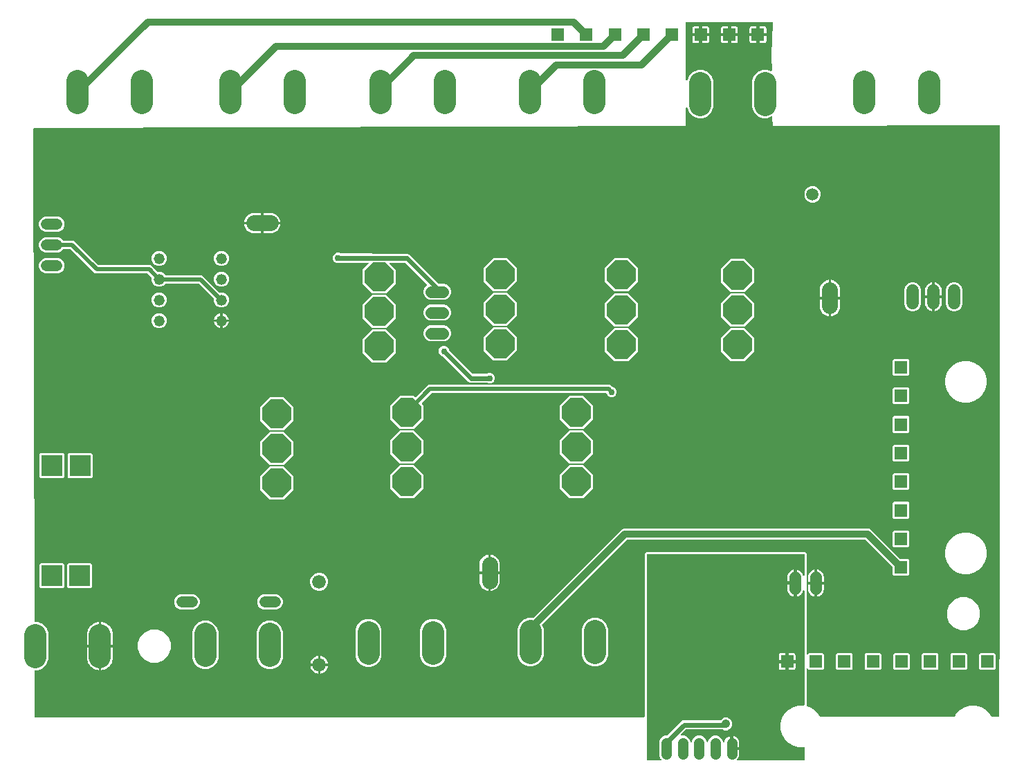
<source format=gbr>
G04 EAGLE Gerber X2 export*
%TF.Part,Single*%
%TF.FileFunction,Copper,L2,Bot,Mixed*%
%TF.FilePolarity,Positive*%
%TF.GenerationSoftware,Autodesk,EAGLE,9.1.3*%
%TF.CreationDate,2019-02-26T23:33:37Z*%
G75*
%MOMM*%
%FSLAX34Y34*%
%LPD*%
%AMOC8*
5,1,8,0,0,1.08239X$1,22.5*%
G01*
%ADD10C,2.700000*%
%ADD11C,1.676400*%
%ADD12C,1.320800*%
%ADD13P,3.848979X8X22.500000*%
%ADD14C,1.320800*%
%ADD15C,1.981200*%
%ADD16P,3.848979X8X202.500000*%
%ADD17R,1.530000X1.530000*%
%ADD18C,1.308000*%
%ADD19C,1.508000*%
%ADD20C,1.422400*%
%ADD21R,2.550000X2.550000*%
%ADD22C,1.500000*%
%ADD23C,0.812800*%
%ADD24C,0.756400*%
%ADD25C,0.609600*%
%ADD26C,0.508000*%
%ADD27C,1.056400*%
%ADD28C,0.956400*%
%ADD29C,0.906400*%
%ADD30C,1.096400*%
%ADD31C,1.006400*%

G36*
X853698Y501148D02*
X853698Y501148D01*
X853718Y501152D01*
X853737Y501150D01*
X853839Y501172D01*
X853941Y501188D01*
X853958Y501198D01*
X853978Y501202D01*
X854067Y501255D01*
X854158Y501303D01*
X854172Y501318D01*
X854189Y501328D01*
X854256Y501407D01*
X854328Y501482D01*
X854336Y501500D01*
X854349Y501515D01*
X854388Y501611D01*
X854431Y501705D01*
X854433Y501725D01*
X854441Y501743D01*
X854459Y501910D01*
X854459Y701467D01*
X856533Y703541D01*
X1050467Y703541D01*
X1052541Y701467D01*
X1052541Y578512D01*
X1052552Y578441D01*
X1052554Y578369D01*
X1052572Y578320D01*
X1052580Y578269D01*
X1052614Y578206D01*
X1052639Y578138D01*
X1052671Y578098D01*
X1052696Y578052D01*
X1052748Y578002D01*
X1052792Y577946D01*
X1052836Y577918D01*
X1052874Y577882D01*
X1052939Y577852D01*
X1052999Y577813D01*
X1053050Y577800D01*
X1053097Y577779D01*
X1053168Y577771D01*
X1053238Y577753D01*
X1053290Y577757D01*
X1053341Y577751D01*
X1053412Y577767D01*
X1053483Y577772D01*
X1053531Y577793D01*
X1053582Y577804D01*
X1053643Y577841D01*
X1053709Y577869D01*
X1053765Y577913D01*
X1053793Y577930D01*
X1053808Y577948D01*
X1053840Y577973D01*
X1055178Y579311D01*
X1072582Y579311D01*
X1074071Y577822D01*
X1074071Y560418D01*
X1072582Y558929D01*
X1055178Y558929D01*
X1053840Y560267D01*
X1053782Y560308D01*
X1053730Y560358D01*
X1053683Y560380D01*
X1053641Y560410D01*
X1053572Y560431D01*
X1053507Y560461D01*
X1053455Y560467D01*
X1053405Y560483D01*
X1053334Y560481D01*
X1053263Y560489D01*
X1053212Y560477D01*
X1053160Y560476D01*
X1053092Y560452D01*
X1053022Y560436D01*
X1052977Y560410D01*
X1052929Y560392D01*
X1052873Y560347D01*
X1052811Y560310D01*
X1052777Y560271D01*
X1052737Y560238D01*
X1052698Y560178D01*
X1052651Y560123D01*
X1052632Y560075D01*
X1052604Y560031D01*
X1052586Y559962D01*
X1052559Y559895D01*
X1052551Y559824D01*
X1052543Y559793D01*
X1052545Y559769D01*
X1052541Y559728D01*
X1052541Y515266D01*
X1052548Y515223D01*
X1052546Y515179D01*
X1052568Y515102D01*
X1052580Y515023D01*
X1052601Y514984D01*
X1052613Y514942D01*
X1052658Y514876D01*
X1052696Y514806D01*
X1052727Y514776D01*
X1052752Y514739D01*
X1052816Y514691D01*
X1052874Y514636D01*
X1052914Y514618D01*
X1052949Y514592D01*
X1053085Y514539D01*
X1053097Y514533D01*
X1053100Y514532D01*
X1053105Y514531D01*
X1056208Y513699D01*
X1062003Y510354D01*
X1066734Y505623D01*
X1069066Y501583D01*
X1069109Y501530D01*
X1069144Y501472D01*
X1069186Y501436D01*
X1069222Y501392D01*
X1069279Y501356D01*
X1069331Y501312D01*
X1069383Y501292D01*
X1069430Y501262D01*
X1069496Y501246D01*
X1069559Y501221D01*
X1069637Y501212D01*
X1069669Y501204D01*
X1069690Y501206D01*
X1069725Y501202D01*
X1233098Y501243D01*
X1233165Y501254D01*
X1233232Y501255D01*
X1233286Y501273D01*
X1233341Y501283D01*
X1233401Y501314D01*
X1233464Y501337D01*
X1233509Y501371D01*
X1233558Y501398D01*
X1233605Y501447D01*
X1233658Y501488D01*
X1233705Y501552D01*
X1233728Y501576D01*
X1233737Y501595D01*
X1233757Y501623D01*
X1236066Y505623D01*
X1240797Y510354D01*
X1246592Y513699D01*
X1253055Y515431D01*
X1259745Y515431D01*
X1266208Y513699D01*
X1272003Y510354D01*
X1276734Y505623D01*
X1279036Y501635D01*
X1279079Y501583D01*
X1279113Y501525D01*
X1279156Y501488D01*
X1279192Y501445D01*
X1279249Y501409D01*
X1279300Y501365D01*
X1279353Y501344D01*
X1279400Y501314D01*
X1279466Y501298D01*
X1279529Y501273D01*
X1279607Y501264D01*
X1279639Y501256D01*
X1279660Y501258D01*
X1279695Y501254D01*
X1287827Y501256D01*
X1287846Y501259D01*
X1287865Y501257D01*
X1287967Y501279D01*
X1288070Y501296D01*
X1288087Y501305D01*
X1288105Y501309D01*
X1288195Y501362D01*
X1288287Y501411D01*
X1288300Y501425D01*
X1288317Y501435D01*
X1288385Y501514D01*
X1288457Y501590D01*
X1288465Y501607D01*
X1288477Y501621D01*
X1288516Y501718D01*
X1288560Y501813D01*
X1288562Y501832D01*
X1288569Y501849D01*
X1288588Y502016D01*
X1288881Y641339D01*
X1288881Y641340D01*
X1288881Y1224838D01*
X1288878Y1224858D01*
X1288880Y1224879D01*
X1288858Y1224980D01*
X1288842Y1225080D01*
X1288832Y1225099D01*
X1288827Y1225120D01*
X1288774Y1225207D01*
X1288726Y1225298D01*
X1288711Y1225312D01*
X1288700Y1225330D01*
X1288622Y1225397D01*
X1288548Y1225467D01*
X1288529Y1225476D01*
X1288513Y1225490D01*
X1288418Y1225528D01*
X1288325Y1225571D01*
X1288304Y1225573D01*
X1288284Y1225581D01*
X1288118Y1225599D01*
X1010985Y1224707D01*
X1010864Y1235276D01*
X1010858Y1235321D01*
X1010858Y1235345D01*
X1010848Y1235385D01*
X1010839Y1235493D01*
X1010827Y1235524D01*
X1010821Y1235557D01*
X1010776Y1235656D01*
X1010737Y1235758D01*
X1010716Y1235785D01*
X1010702Y1235815D01*
X1010631Y1235898D01*
X1010565Y1235985D01*
X1010538Y1236005D01*
X1010516Y1236030D01*
X1010425Y1236089D01*
X1010337Y1236155D01*
X1010306Y1236167D01*
X1010278Y1236185D01*
X1010173Y1236217D01*
X1010071Y1236255D01*
X1010038Y1236258D01*
X1010006Y1236268D01*
X1009897Y1236269D01*
X1009788Y1236278D01*
X1009759Y1236271D01*
X1009721Y1236272D01*
X1009508Y1236214D01*
X1009461Y1236203D01*
X1005011Y1234359D01*
X998629Y1234359D01*
X992734Y1236801D01*
X988221Y1241314D01*
X985779Y1247209D01*
X985779Y1280591D01*
X988221Y1286486D01*
X992734Y1290999D01*
X998629Y1293441D01*
X1005011Y1293441D01*
X1008807Y1291868D01*
X1008924Y1291838D01*
X1009039Y1291803D01*
X1009061Y1291803D01*
X1009082Y1291797D01*
X1009202Y1291801D01*
X1009323Y1291799D01*
X1009344Y1291805D01*
X1009366Y1291806D01*
X1009481Y1291842D01*
X1009597Y1291874D01*
X1009616Y1291885D01*
X1009637Y1291892D01*
X1009737Y1291959D01*
X1009840Y1292022D01*
X1009855Y1292038D01*
X1009873Y1292050D01*
X1009951Y1292143D01*
X1010032Y1292232D01*
X1010042Y1292251D01*
X1010056Y1292268D01*
X1010105Y1292378D01*
X1010159Y1292486D01*
X1010162Y1292506D01*
X1010172Y1292528D01*
X1010211Y1292809D01*
X1010210Y1292814D01*
X1010211Y1292818D01*
X1010015Y1310006D01*
X1010015Y1310987D01*
X1011015Y1350975D01*
X1011007Y1351045D01*
X1011008Y1351084D01*
X1011009Y1351116D01*
X1010990Y1351186D01*
X1010982Y1351257D01*
X1010955Y1351323D01*
X1010937Y1351391D01*
X1010900Y1351453D01*
X1010872Y1351519D01*
X1010828Y1351575D01*
X1010792Y1351636D01*
X1010739Y1351685D01*
X1010694Y1351741D01*
X1010636Y1351782D01*
X1010584Y1351830D01*
X1010520Y1351863D01*
X1010462Y1351904D01*
X1010394Y1351927D01*
X1010331Y1351960D01*
X1010271Y1351970D01*
X1010193Y1351997D01*
X1010074Y1352003D01*
X1010000Y1352015D01*
X906000Y1352015D01*
X905942Y1352007D01*
X905884Y1352009D01*
X905802Y1351987D01*
X905719Y1351975D01*
X905665Y1351952D01*
X905609Y1351937D01*
X905536Y1351894D01*
X905459Y1351859D01*
X905414Y1351821D01*
X905364Y1351792D01*
X905306Y1351730D01*
X905242Y1351676D01*
X905210Y1351627D01*
X905170Y1351584D01*
X905131Y1351509D01*
X905085Y1351439D01*
X905067Y1351383D01*
X905040Y1351331D01*
X905029Y1351263D01*
X904999Y1351168D01*
X904996Y1351068D01*
X904985Y1351000D01*
X904985Y1281362D01*
X904997Y1281277D01*
X904999Y1281191D01*
X905017Y1281137D01*
X905025Y1281081D01*
X905060Y1281003D01*
X905086Y1280921D01*
X905118Y1280873D01*
X905141Y1280821D01*
X905196Y1280756D01*
X905244Y1280685D01*
X905288Y1280648D01*
X905325Y1280604D01*
X905396Y1280557D01*
X905462Y1280502D01*
X905514Y1280478D01*
X905561Y1280447D01*
X905643Y1280421D01*
X905722Y1280386D01*
X905778Y1280378D01*
X905832Y1280361D01*
X905918Y1280359D01*
X906003Y1280347D01*
X906059Y1280355D01*
X906116Y1280354D01*
X906199Y1280376D01*
X906285Y1280388D01*
X906336Y1280411D01*
X906391Y1280426D01*
X906465Y1280469D01*
X906544Y1280505D01*
X906587Y1280542D01*
X906636Y1280571D01*
X906695Y1280634D01*
X906760Y1280689D01*
X906786Y1280731D01*
X906830Y1280778D01*
X906896Y1280907D01*
X906938Y1280974D01*
X909221Y1286486D01*
X913734Y1290999D01*
X919629Y1293441D01*
X926011Y1293441D01*
X931906Y1290999D01*
X936419Y1286486D01*
X938861Y1280591D01*
X938861Y1247209D01*
X936419Y1241314D01*
X931906Y1236801D01*
X926011Y1234359D01*
X919629Y1234359D01*
X913734Y1236801D01*
X909221Y1241314D01*
X906938Y1246826D01*
X906894Y1246900D01*
X906859Y1246979D01*
X906822Y1247022D01*
X906793Y1247071D01*
X906731Y1247130D01*
X906676Y1247196D01*
X906628Y1247227D01*
X906587Y1247266D01*
X906510Y1247306D01*
X906439Y1247353D01*
X906385Y1247370D01*
X906334Y1247396D01*
X906250Y1247413D01*
X906168Y1247439D01*
X906111Y1247440D01*
X906055Y1247451D01*
X905970Y1247444D01*
X905884Y1247446D01*
X905829Y1247432D01*
X905772Y1247427D01*
X905692Y1247396D01*
X905609Y1247374D01*
X905560Y1247345D01*
X905507Y1247325D01*
X905438Y1247273D01*
X905364Y1247229D01*
X905325Y1247188D01*
X905280Y1247153D01*
X905229Y1247085D01*
X905170Y1247022D01*
X905144Y1246971D01*
X905110Y1246926D01*
X905079Y1246845D01*
X905040Y1246769D01*
X905032Y1246720D01*
X905009Y1246660D01*
X905003Y1246577D01*
X904999Y1246564D01*
X904997Y1246513D01*
X904985Y1246438D01*
X904985Y1224366D01*
X107295Y1221799D01*
X107275Y1221796D01*
X107256Y1221798D01*
X107155Y1221775D01*
X107052Y1221758D01*
X107035Y1221749D01*
X107016Y1221745D01*
X106927Y1221692D01*
X106835Y1221642D01*
X106822Y1221628D01*
X106805Y1221618D01*
X106738Y1221539D01*
X106666Y1221464D01*
X106658Y1221446D01*
X106645Y1221431D01*
X106607Y1221335D01*
X106563Y1221240D01*
X106561Y1221221D01*
X106554Y1221203D01*
X106536Y1221036D01*
X107635Y618501D01*
X107639Y618482D01*
X107637Y618463D01*
X107659Y618361D01*
X107676Y618258D01*
X107685Y618241D01*
X107689Y618222D01*
X107742Y618133D01*
X107791Y618041D01*
X107805Y618028D01*
X107815Y618011D01*
X107894Y617943D01*
X107970Y617872D01*
X107987Y617864D01*
X108002Y617851D01*
X108099Y617812D01*
X108193Y617768D01*
X108212Y617766D01*
X108230Y617759D01*
X108397Y617741D01*
X112191Y617741D01*
X118086Y615299D01*
X122599Y610786D01*
X125041Y604891D01*
X125041Y571509D01*
X122599Y565614D01*
X118086Y561101D01*
X112191Y558659D01*
X108507Y558659D01*
X108487Y558656D01*
X108467Y558658D01*
X108366Y558636D01*
X108265Y558620D01*
X108246Y558610D01*
X108226Y558605D01*
X108138Y558553D01*
X108047Y558504D01*
X108033Y558489D01*
X108015Y558479D01*
X107949Y558401D01*
X107878Y558326D01*
X107869Y558307D01*
X107856Y558292D01*
X107818Y558196D01*
X107774Y558103D01*
X107772Y558083D01*
X107764Y558063D01*
X107746Y557897D01*
X107849Y501723D01*
X107852Y501704D01*
X107850Y501685D01*
X107872Y501583D01*
X107889Y501481D01*
X107898Y501463D01*
X107902Y501445D01*
X107955Y501355D01*
X108004Y501263D01*
X108018Y501250D01*
X108028Y501233D01*
X108107Y501166D01*
X108183Y501094D01*
X108201Y501086D01*
X108215Y501074D01*
X108312Y501035D01*
X108406Y500991D01*
X108425Y500989D01*
X108443Y500982D01*
X108610Y500963D01*
X853698Y501148D01*
G37*
G36*
X1049063Y448128D02*
X1049063Y448128D01*
X1049128Y448127D01*
X1049202Y448148D01*
X1049278Y448158D01*
X1049337Y448185D01*
X1049400Y448202D01*
X1049465Y448243D01*
X1049535Y448274D01*
X1049585Y448316D01*
X1049640Y448350D01*
X1049691Y448408D01*
X1049750Y448458D01*
X1049785Y448512D01*
X1049829Y448560D01*
X1049862Y448629D01*
X1049905Y448693D01*
X1049924Y448755D01*
X1049952Y448814D01*
X1049962Y448882D01*
X1049987Y448963D01*
X1049988Y449048D01*
X1049999Y449118D01*
X1049999Y463610D01*
X1049990Y463674D01*
X1049991Y463738D01*
X1049970Y463813D01*
X1049959Y463889D01*
X1049933Y463948D01*
X1049916Y464010D01*
X1049875Y464076D01*
X1049843Y464146D01*
X1049801Y464195D01*
X1049768Y464250D01*
X1049710Y464302D01*
X1049660Y464360D01*
X1049606Y464396D01*
X1049558Y464439D01*
X1049489Y464472D01*
X1049424Y464515D01*
X1049362Y464534D01*
X1049305Y464562D01*
X1049235Y464573D01*
X1049154Y464597D01*
X1049069Y464598D01*
X1049000Y464609D01*
X1043055Y464609D01*
X1036592Y466341D01*
X1030797Y469686D01*
X1026066Y474417D01*
X1022721Y480212D01*
X1020989Y486675D01*
X1020989Y493365D01*
X1022721Y499828D01*
X1026066Y505623D01*
X1030797Y510354D01*
X1036592Y513699D01*
X1043055Y515431D01*
X1049000Y515431D01*
X1049064Y515440D01*
X1049128Y515439D01*
X1049203Y515460D01*
X1049279Y515471D01*
X1049338Y515497D01*
X1049400Y515514D01*
X1049466Y515555D01*
X1049536Y515587D01*
X1049585Y515629D01*
X1049640Y515662D01*
X1049692Y515720D01*
X1049750Y515770D01*
X1049786Y515824D01*
X1049829Y515872D01*
X1049862Y515941D01*
X1049905Y516006D01*
X1049924Y516068D01*
X1049952Y516125D01*
X1049963Y516195D01*
X1049987Y516276D01*
X1049988Y516361D01*
X1049999Y516430D01*
X1049999Y655318D01*
X1049982Y655442D01*
X1049968Y655567D01*
X1049962Y655581D01*
X1049959Y655597D01*
X1049908Y655711D01*
X1049859Y655827D01*
X1049850Y655840D01*
X1049843Y655854D01*
X1049762Y655949D01*
X1049683Y656047D01*
X1049670Y656056D01*
X1049660Y656068D01*
X1049555Y656137D01*
X1049452Y656209D01*
X1049437Y656214D01*
X1049424Y656223D01*
X1049304Y656259D01*
X1049185Y656300D01*
X1049169Y656300D01*
X1049154Y656305D01*
X1049029Y656307D01*
X1048903Y656312D01*
X1048888Y656308D01*
X1048872Y656309D01*
X1048751Y656275D01*
X1048629Y656245D01*
X1048615Y656238D01*
X1048600Y656233D01*
X1048493Y656167D01*
X1048384Y656105D01*
X1048374Y656094D01*
X1048360Y656085D01*
X1048276Y655992D01*
X1048189Y655901D01*
X1048182Y655888D01*
X1048171Y655876D01*
X1048065Y655658D01*
X1048050Y655626D01*
X1047646Y654383D01*
X1046956Y653029D01*
X1046063Y651800D01*
X1044988Y650725D01*
X1043759Y649832D01*
X1042405Y649142D01*
X1040960Y648673D01*
X1040699Y648632D01*
X1040699Y664200D01*
X1040690Y664263D01*
X1040691Y664328D01*
X1040670Y664402D01*
X1040659Y664479D01*
X1040633Y664538D01*
X1040616Y664600D01*
X1040575Y664666D01*
X1040543Y664736D01*
X1040501Y664785D01*
X1040468Y664840D01*
X1040410Y664891D01*
X1040360Y664950D01*
X1040306Y664986D01*
X1040258Y665029D01*
X1040189Y665062D01*
X1040124Y665105D01*
X1040062Y665124D01*
X1040005Y665152D01*
X1039935Y665162D01*
X1039854Y665187D01*
X1039769Y665188D01*
X1039700Y665199D01*
X1038699Y665199D01*
X1038699Y665201D01*
X1039700Y665201D01*
X1039764Y665210D01*
X1039828Y665209D01*
X1039903Y665230D01*
X1039979Y665241D01*
X1040038Y665267D01*
X1040100Y665284D01*
X1040166Y665325D01*
X1040236Y665357D01*
X1040285Y665399D01*
X1040340Y665432D01*
X1040392Y665490D01*
X1040450Y665540D01*
X1040486Y665594D01*
X1040529Y665642D01*
X1040562Y665711D01*
X1040605Y665776D01*
X1040624Y665838D01*
X1040652Y665896D01*
X1040662Y665965D01*
X1040687Y666046D01*
X1040688Y666131D01*
X1040699Y666200D01*
X1040699Y681768D01*
X1040960Y681727D01*
X1042405Y681258D01*
X1043759Y680568D01*
X1044988Y679675D01*
X1046063Y678600D01*
X1046956Y677371D01*
X1047646Y676017D01*
X1048050Y674774D01*
X1048105Y674660D01*
X1048157Y674546D01*
X1048167Y674534D01*
X1048174Y674520D01*
X1048259Y674427D01*
X1048340Y674332D01*
X1048353Y674323D01*
X1048364Y674312D01*
X1048471Y674247D01*
X1048576Y674177D01*
X1048591Y674173D01*
X1048604Y674165D01*
X1048726Y674132D01*
X1048846Y674095D01*
X1048861Y674095D01*
X1048877Y674091D01*
X1049002Y674093D01*
X1049128Y674091D01*
X1049143Y674096D01*
X1049159Y674096D01*
X1049278Y674133D01*
X1049400Y674167D01*
X1049413Y674175D01*
X1049428Y674179D01*
X1049532Y674249D01*
X1049640Y674315D01*
X1049650Y674326D01*
X1049663Y674335D01*
X1049744Y674431D01*
X1049829Y674524D01*
X1049835Y674538D01*
X1049846Y674550D01*
X1049897Y674665D01*
X1049952Y674778D01*
X1049954Y674792D01*
X1049961Y674807D01*
X1049994Y675049D01*
X1049999Y675082D01*
X1049999Y700000D01*
X1049990Y700064D01*
X1049991Y700128D01*
X1049970Y700203D01*
X1049959Y700279D01*
X1049933Y700338D01*
X1049916Y700400D01*
X1049875Y700466D01*
X1049843Y700536D01*
X1049801Y700585D01*
X1049768Y700640D01*
X1049710Y700692D01*
X1049660Y700750D01*
X1049606Y700786D01*
X1049558Y700829D01*
X1049489Y700862D01*
X1049424Y700905D01*
X1049362Y700924D01*
X1049305Y700952D01*
X1049235Y700963D01*
X1049154Y700987D01*
X1049069Y700988D01*
X1049000Y700999D01*
X858000Y700999D01*
X857936Y700990D01*
X857872Y700991D01*
X857797Y700970D01*
X857721Y700959D01*
X857662Y700933D01*
X857600Y700916D01*
X857534Y700875D01*
X857464Y700843D01*
X857415Y700801D01*
X857360Y700768D01*
X857308Y700710D01*
X857250Y700660D01*
X857214Y700606D01*
X857171Y700558D01*
X857138Y700489D01*
X857095Y700424D01*
X857076Y700362D01*
X857048Y700305D01*
X857037Y700235D01*
X857013Y700154D01*
X857012Y700069D01*
X857001Y700000D01*
X857001Y449300D01*
X857010Y449237D01*
X857009Y449174D01*
X857030Y449098D01*
X857041Y449021D01*
X857067Y448963D01*
X857084Y448902D01*
X857125Y448835D01*
X857157Y448764D01*
X857198Y448716D01*
X857232Y448661D01*
X857290Y448609D01*
X857340Y448550D01*
X857394Y448515D01*
X857441Y448472D01*
X857511Y448438D01*
X857576Y448396D01*
X857637Y448377D01*
X857695Y448349D01*
X857764Y448338D01*
X857846Y448313D01*
X857930Y448312D01*
X857999Y448301D01*
X873844Y448286D01*
X873876Y448291D01*
X873909Y448288D01*
X874015Y448310D01*
X874123Y448326D01*
X874153Y448339D01*
X874185Y448346D01*
X874281Y448397D01*
X874380Y448442D01*
X874405Y448463D01*
X874434Y448478D01*
X874512Y448554D01*
X874594Y448625D01*
X874612Y448652D01*
X874636Y448675D01*
X874689Y448770D01*
X874749Y448861D01*
X874759Y448892D01*
X874775Y448920D01*
X874800Y449026D01*
X874832Y449130D01*
X874832Y449163D01*
X874840Y449195D01*
X874834Y449303D01*
X874836Y449412D01*
X874827Y449444D01*
X874825Y449476D01*
X874790Y449579D01*
X874761Y449684D01*
X874744Y449712D01*
X874733Y449743D01*
X874680Y449816D01*
X874613Y449924D01*
X874576Y449957D01*
X874551Y449992D01*
X873502Y451041D01*
X872119Y454379D01*
X872119Y471071D01*
X873502Y474409D01*
X876056Y476963D01*
X879394Y478346D01*
X880967Y478346D01*
X881062Y478359D01*
X881158Y478364D01*
X881201Y478379D01*
X881246Y478386D01*
X881333Y478425D01*
X881424Y478457D01*
X881459Y478482D01*
X881503Y478502D01*
X881600Y478585D01*
X881673Y478638D01*
X899642Y496607D01*
X901696Y497458D01*
X946981Y497458D01*
X947076Y497471D01*
X947172Y497476D01*
X947215Y497491D01*
X947260Y497498D01*
X947347Y497537D01*
X947438Y497569D01*
X947473Y497594D01*
X947517Y497614D01*
X947614Y497697D01*
X947687Y497750D01*
X949438Y499501D01*
X952313Y500692D01*
X955425Y500692D01*
X958300Y499501D01*
X960501Y497300D01*
X961692Y494425D01*
X961692Y491313D01*
X960501Y488438D01*
X958300Y486237D01*
X955425Y485046D01*
X952313Y485046D01*
X949517Y486204D01*
X949477Y486215D01*
X949440Y486233D01*
X949354Y486246D01*
X949244Y486274D01*
X949186Y486272D01*
X949135Y486280D01*
X905536Y486280D01*
X905442Y486267D01*
X905345Y486262D01*
X905302Y486247D01*
X905257Y486240D01*
X905170Y486201D01*
X905079Y486169D01*
X905044Y486144D01*
X905000Y486124D01*
X904903Y486041D01*
X904830Y485988D01*
X898894Y480052D01*
X898874Y480026D01*
X898850Y480005D01*
X898790Y479913D01*
X898725Y479826D01*
X898713Y479796D01*
X898695Y479769D01*
X898664Y479664D01*
X898625Y479562D01*
X898623Y479530D01*
X898613Y479499D01*
X898612Y479390D01*
X898603Y479281D01*
X898610Y479249D01*
X898609Y479217D01*
X898639Y479112D01*
X898661Y479005D01*
X898676Y478976D01*
X898685Y478945D01*
X898742Y478852D01*
X898793Y478756D01*
X898816Y478733D01*
X898833Y478705D01*
X898914Y478632D01*
X898990Y478554D01*
X899018Y478538D01*
X899042Y478516D01*
X899140Y478469D01*
X899235Y478415D01*
X899267Y478407D01*
X899296Y478393D01*
X899385Y478379D01*
X899510Y478350D01*
X899558Y478352D01*
X899600Y478346D01*
X903006Y478346D01*
X906344Y476963D01*
X908898Y474409D01*
X910277Y471081D01*
X910293Y471053D01*
X910303Y471022D01*
X910365Y470932D01*
X910420Y470838D01*
X910444Y470816D01*
X910462Y470789D01*
X910547Y470720D01*
X910626Y470645D01*
X910655Y470630D01*
X910680Y470610D01*
X910780Y470567D01*
X910878Y470517D01*
X910909Y470511D01*
X910939Y470499D01*
X911047Y470485D01*
X911155Y470465D01*
X911187Y470468D01*
X911219Y470464D01*
X911327Y470481D01*
X911435Y470492D01*
X911465Y470504D01*
X911497Y470509D01*
X911596Y470556D01*
X911697Y470596D01*
X911723Y470616D01*
X911752Y470630D01*
X911834Y470703D01*
X911920Y470770D01*
X911939Y470796D01*
X911963Y470818D01*
X912010Y470895D01*
X912085Y470999D01*
X912101Y471044D01*
X912123Y471081D01*
X913502Y474409D01*
X916056Y476963D01*
X919394Y478346D01*
X923006Y478346D01*
X926344Y476963D01*
X928898Y474409D01*
X930277Y471081D01*
X930293Y471053D01*
X930303Y471022D01*
X930365Y470932D01*
X930420Y470838D01*
X930444Y470816D01*
X930462Y470789D01*
X930547Y470720D01*
X930626Y470645D01*
X930655Y470630D01*
X930680Y470610D01*
X930780Y470567D01*
X930878Y470517D01*
X930909Y470511D01*
X930939Y470499D01*
X931047Y470485D01*
X931155Y470465D01*
X931187Y470468D01*
X931219Y470464D01*
X931327Y470481D01*
X931435Y470492D01*
X931465Y470504D01*
X931497Y470509D01*
X931596Y470556D01*
X931697Y470596D01*
X931723Y470616D01*
X931752Y470630D01*
X931834Y470703D01*
X931920Y470770D01*
X931939Y470796D01*
X931963Y470818D01*
X932010Y470895D01*
X932085Y470999D01*
X932101Y471044D01*
X932123Y471081D01*
X933502Y474409D01*
X936056Y476963D01*
X939394Y478346D01*
X943006Y478346D01*
X946344Y476963D01*
X948898Y474409D01*
X950281Y471071D01*
X950281Y471062D01*
X950287Y471019D01*
X950285Y470975D01*
X950307Y470880D01*
X950321Y470783D01*
X950338Y470743D01*
X950348Y470701D01*
X950396Y470615D01*
X950437Y470526D01*
X950465Y470493D01*
X950486Y470455D01*
X950556Y470386D01*
X950620Y470311D01*
X950657Y470288D01*
X950688Y470257D01*
X950774Y470211D01*
X950856Y470157D01*
X950898Y470144D01*
X950936Y470124D01*
X951032Y470103D01*
X951126Y470075D01*
X951169Y470074D01*
X951212Y470065D01*
X951310Y470072D01*
X951408Y470071D01*
X951450Y470082D01*
X951493Y470086D01*
X951585Y470120D01*
X951680Y470146D01*
X951717Y470169D01*
X951758Y470184D01*
X951836Y470243D01*
X951920Y470294D01*
X951949Y470327D01*
X951984Y470353D01*
X952043Y470431D01*
X952109Y470504D01*
X952128Y470543D01*
X952154Y470578D01*
X952183Y470657D01*
X952232Y470757D01*
X952240Y470813D01*
X952260Y470867D01*
X952468Y471914D01*
X953153Y473566D01*
X954147Y475054D01*
X955411Y476318D01*
X956899Y477312D01*
X958551Y477997D01*
X959201Y478126D01*
X959201Y463725D01*
X959210Y463662D01*
X959209Y463597D01*
X959230Y463523D01*
X959241Y463446D01*
X959267Y463387D01*
X959284Y463325D01*
X959325Y463259D01*
X959357Y463189D01*
X959399Y463140D01*
X959432Y463085D01*
X959490Y463034D01*
X959540Y462975D01*
X959594Y462939D01*
X959642Y462896D01*
X959711Y462863D01*
X959776Y462820D01*
X959838Y462801D01*
X959895Y462773D01*
X959965Y462763D01*
X960046Y462738D01*
X960131Y462737D01*
X960200Y462726D01*
X961201Y462726D01*
X961201Y461725D01*
X961210Y461661D01*
X961209Y461597D01*
X961230Y461522D01*
X961241Y461446D01*
X961267Y461387D01*
X961284Y461325D01*
X961325Y461259D01*
X961357Y461189D01*
X961399Y461140D01*
X961432Y461085D01*
X961490Y461033D01*
X961540Y460975D01*
X961594Y460939D01*
X961642Y460896D01*
X961711Y460863D01*
X961776Y460820D01*
X961838Y460801D01*
X961896Y460773D01*
X961965Y460762D01*
X962046Y460738D01*
X962131Y460737D01*
X962200Y460726D01*
X970281Y460726D01*
X970281Y455291D01*
X969932Y453536D01*
X969247Y451884D01*
X968253Y450396D01*
X967759Y449902D01*
X967740Y449876D01*
X967715Y449856D01*
X967655Y449764D01*
X967589Y449676D01*
X967578Y449646D01*
X967561Y449620D01*
X967529Y449515D01*
X967490Y449412D01*
X967487Y449380D01*
X967478Y449350D01*
X967476Y449240D01*
X967468Y449131D01*
X967474Y449100D01*
X967474Y449068D01*
X967503Y448962D01*
X967526Y448855D01*
X967541Y448827D01*
X967549Y448796D01*
X967607Y448703D01*
X967658Y448606D01*
X967680Y448583D01*
X967697Y448556D01*
X967778Y448482D01*
X967855Y448404D01*
X967882Y448388D01*
X967906Y448367D01*
X968005Y448319D01*
X968100Y448265D01*
X968131Y448257D01*
X968160Y448244D01*
X968249Y448229D01*
X968375Y448200D01*
X968423Y448202D01*
X968464Y448196D01*
X1048999Y448119D01*
X1049063Y448128D01*
G37*
%LPC*%
G36*
X711579Y563259D02*
X711579Y563259D01*
X705684Y565701D01*
X701171Y570214D01*
X698729Y576109D01*
X698729Y609491D01*
X701171Y615386D01*
X705684Y619899D01*
X711579Y622341D01*
X717655Y622341D01*
X717745Y622355D01*
X717836Y622363D01*
X717866Y622375D01*
X717898Y622380D01*
X717978Y622423D01*
X718062Y622459D01*
X718094Y622485D01*
X718115Y622496D01*
X718137Y622519D01*
X718193Y622564D01*
X826549Y730919D01*
X828976Y731925D01*
X1128714Y731925D01*
X1131141Y730919D01*
X1167327Y694734D01*
X1167401Y694681D01*
X1167470Y694621D01*
X1167500Y694609D01*
X1167527Y694590D01*
X1167613Y694563D01*
X1167698Y694529D01*
X1167739Y694525D01*
X1167762Y694518D01*
X1167794Y694519D01*
X1167865Y694511D01*
X1177102Y694511D01*
X1178591Y693022D01*
X1178591Y675618D01*
X1177102Y674129D01*
X1159698Y674129D01*
X1158209Y675618D01*
X1158209Y684855D01*
X1158195Y684945D01*
X1158187Y685036D01*
X1158175Y685066D01*
X1158170Y685098D01*
X1158127Y685178D01*
X1158091Y685262D01*
X1158065Y685294D01*
X1158054Y685315D01*
X1158031Y685337D01*
X1157986Y685393D01*
X1124887Y718492D01*
X1124813Y718545D01*
X1124744Y718605D01*
X1124714Y718617D01*
X1124687Y718636D01*
X1124600Y718663D01*
X1124516Y718697D01*
X1124475Y718701D01*
X1124452Y718708D01*
X1124420Y718707D01*
X1124349Y718715D01*
X833341Y718715D01*
X833251Y718701D01*
X833160Y718693D01*
X833130Y718681D01*
X833098Y718676D01*
X833018Y718633D01*
X832934Y718597D01*
X832902Y718571D01*
X832881Y718560D01*
X832859Y718537D01*
X832803Y718492D01*
X729117Y614807D01*
X729050Y614713D01*
X728979Y614618D01*
X728977Y614612D01*
X728974Y614607D01*
X728940Y614496D01*
X728903Y614384D01*
X728903Y614378D01*
X728901Y614372D01*
X728904Y614255D01*
X728906Y614138D01*
X728908Y614131D01*
X728908Y614126D01*
X728914Y614109D01*
X728952Y613977D01*
X730811Y609491D01*
X730811Y576109D01*
X728369Y570214D01*
X723856Y565701D01*
X717961Y563259D01*
X711579Y563259D01*
G37*
%LPD*%
%LPC*%
G36*
X555263Y854159D02*
X555263Y854159D01*
X543359Y866063D01*
X543359Y882897D01*
X555263Y894801D01*
X572097Y894801D01*
X573918Y892980D01*
X573934Y892968D01*
X573947Y892953D01*
X574034Y892897D01*
X574118Y892836D01*
X574137Y892830D01*
X574154Y892820D01*
X574254Y892794D01*
X574353Y892764D01*
X574373Y892764D01*
X574392Y892760D01*
X574495Y892768D01*
X574599Y892770D01*
X574617Y892777D01*
X574637Y892779D01*
X574732Y892819D01*
X574830Y892855D01*
X574845Y892867D01*
X574864Y892875D01*
X574995Y892980D01*
X586550Y904536D01*
X589749Y907735D01*
X812451Y907735D01*
X814640Y905546D01*
X814713Y905493D01*
X814783Y905433D01*
X814813Y905421D01*
X814839Y905402D01*
X814926Y905375D01*
X815011Y905341D01*
X815052Y905337D01*
X815074Y905330D01*
X815107Y905331D01*
X815178Y905323D01*
X815258Y905323D01*
X817582Y904360D01*
X819360Y902582D01*
X820323Y900258D01*
X820323Y897742D01*
X819360Y895418D01*
X817582Y893640D01*
X815258Y892677D01*
X812742Y892677D01*
X810418Y893640D01*
X808640Y895418D01*
X807942Y897103D01*
X807880Y897203D01*
X807820Y897303D01*
X807816Y897307D01*
X807812Y897312D01*
X807722Y897387D01*
X807634Y897463D01*
X807628Y897465D01*
X807623Y897469D01*
X807514Y897511D01*
X807405Y897555D01*
X807398Y897556D01*
X807393Y897557D01*
X807375Y897558D01*
X807239Y897573D01*
X594274Y897573D01*
X594184Y897559D01*
X594093Y897551D01*
X594063Y897539D01*
X594031Y897534D01*
X593950Y897491D01*
X593867Y897455D01*
X593834Y897429D01*
X593814Y897418D01*
X593792Y897395D01*
X593736Y897350D01*
X582180Y885795D01*
X582168Y885778D01*
X582153Y885766D01*
X582097Y885679D01*
X582036Y885595D01*
X582030Y885576D01*
X582020Y885559D01*
X581994Y885459D01*
X581964Y885360D01*
X581964Y885340D01*
X581960Y885321D01*
X581968Y885218D01*
X581970Y885114D01*
X581977Y885095D01*
X581979Y885075D01*
X582019Y884980D01*
X582055Y884883D01*
X582067Y884867D01*
X582075Y884849D01*
X582180Y884718D01*
X584001Y882897D01*
X584001Y866063D01*
X572097Y854159D01*
X555263Y854159D01*
G37*
%LPD*%
%LPC*%
G36*
X591568Y1011947D02*
X591568Y1011947D01*
X588020Y1013417D01*
X585305Y1016132D01*
X583835Y1019680D01*
X583835Y1023520D01*
X585305Y1027068D01*
X587724Y1029487D01*
X587735Y1029503D01*
X587751Y1029515D01*
X587807Y1029603D01*
X587867Y1029686D01*
X587873Y1029705D01*
X587884Y1029722D01*
X587909Y1029822D01*
X587911Y1029827D01*
X587912Y1029831D01*
X587940Y1029921D01*
X587939Y1029941D01*
X587944Y1029961D01*
X587937Y1030055D01*
X587938Y1030072D01*
X587935Y1030086D01*
X587933Y1030167D01*
X587926Y1030186D01*
X587925Y1030206D01*
X587893Y1030281D01*
X587886Y1030312D01*
X587871Y1030337D01*
X587849Y1030398D01*
X587836Y1030414D01*
X587828Y1030432D01*
X587772Y1030502D01*
X587760Y1030523D01*
X587747Y1030534D01*
X587724Y1030563D01*
X561457Y1056830D01*
X561383Y1056883D01*
X561313Y1056943D01*
X561283Y1056955D01*
X561257Y1056974D01*
X561170Y1057001D01*
X561085Y1057035D01*
X561044Y1057039D01*
X561022Y1057046D01*
X560990Y1057045D01*
X560918Y1057053D01*
X543102Y1057053D01*
X543032Y1057042D01*
X542960Y1057040D01*
X542911Y1057022D01*
X542860Y1057014D01*
X542796Y1056980D01*
X542729Y1056955D01*
X542688Y1056923D01*
X542642Y1056898D01*
X542593Y1056846D01*
X542537Y1056802D01*
X542509Y1056758D01*
X542473Y1056720D01*
X542443Y1056655D01*
X542404Y1056595D01*
X542391Y1056544D01*
X542369Y1056497D01*
X542361Y1056426D01*
X542344Y1056356D01*
X542348Y1056304D01*
X542342Y1056253D01*
X542357Y1056182D01*
X542363Y1056111D01*
X542383Y1056063D01*
X542394Y1056012D01*
X542431Y1055951D01*
X542459Y1055885D01*
X542504Y1055829D01*
X542521Y1055801D01*
X542538Y1055786D01*
X542564Y1055754D01*
X549611Y1048707D01*
X549611Y1031873D01*
X537707Y1019969D01*
X520873Y1019969D01*
X508969Y1031873D01*
X508969Y1048707D01*
X516374Y1056112D01*
X516416Y1056170D01*
X516465Y1056222D01*
X516487Y1056269D01*
X516517Y1056311D01*
X516539Y1056380D01*
X516569Y1056445D01*
X516574Y1056497D01*
X516590Y1056547D01*
X516588Y1056618D01*
X516596Y1056689D01*
X516585Y1056740D01*
X516583Y1056792D01*
X516559Y1056860D01*
X516544Y1056930D01*
X516517Y1056975D01*
X516499Y1057023D01*
X516454Y1057079D01*
X516417Y1057141D01*
X516378Y1057175D01*
X516345Y1057215D01*
X516285Y1057254D01*
X516231Y1057301D01*
X516182Y1057320D01*
X516138Y1057348D01*
X516069Y1057366D01*
X516002Y1057393D01*
X515931Y1057401D01*
X515900Y1057409D01*
X515877Y1057407D01*
X515836Y1057411D01*
X482181Y1057411D01*
X482116Y1057401D01*
X482051Y1057400D01*
X481971Y1057377D01*
X481938Y1057372D01*
X481921Y1057362D01*
X481890Y1057353D01*
X480258Y1056677D01*
X477742Y1056677D01*
X475418Y1057640D01*
X473640Y1059418D01*
X472677Y1061742D01*
X472677Y1064258D01*
X473640Y1066582D01*
X475418Y1068360D01*
X477742Y1069323D01*
X480258Y1069323D01*
X481890Y1068647D01*
X481954Y1068632D01*
X482014Y1068607D01*
X482097Y1068598D01*
X482129Y1068591D01*
X482149Y1068592D01*
X482181Y1068589D01*
X521501Y1068589D01*
X522226Y1068289D01*
X522289Y1068274D01*
X522350Y1068249D01*
X522433Y1068240D01*
X522465Y1068233D01*
X522484Y1068234D01*
X522517Y1068231D01*
X564660Y1068231D01*
X566714Y1067380D01*
X602619Y1031476D01*
X602692Y1031423D01*
X602762Y1031363D01*
X602792Y1031351D01*
X602818Y1031332D01*
X602905Y1031305D01*
X602990Y1031271D01*
X603031Y1031267D01*
X603053Y1031260D01*
X603086Y1031261D01*
X603157Y1031253D01*
X609632Y1031253D01*
X613180Y1029783D01*
X615895Y1027068D01*
X617365Y1023520D01*
X617365Y1019680D01*
X615895Y1016132D01*
X613180Y1013417D01*
X609632Y1011947D01*
X591568Y1011947D01*
G37*
%LPD*%
%LPC*%
G36*
X334701Y1002535D02*
X334701Y1002535D01*
X331340Y1003927D01*
X328767Y1006500D01*
X327375Y1009861D01*
X327375Y1013324D01*
X327361Y1013414D01*
X327353Y1013505D01*
X327341Y1013535D01*
X327336Y1013567D01*
X327293Y1013648D01*
X327257Y1013732D01*
X327231Y1013764D01*
X327220Y1013784D01*
X327197Y1013807D01*
X327152Y1013862D01*
X309238Y1031776D01*
X309165Y1031829D01*
X309095Y1031889D01*
X309065Y1031901D01*
X309039Y1031920D01*
X308952Y1031947D01*
X308867Y1031981D01*
X308826Y1031985D01*
X308804Y1031992D01*
X308771Y1031991D01*
X308700Y1031999D01*
X268487Y1031999D01*
X268397Y1031985D01*
X268306Y1031977D01*
X268276Y1031965D01*
X268244Y1031960D01*
X268164Y1031917D01*
X268080Y1031881D01*
X268048Y1031855D01*
X268027Y1031844D01*
X268005Y1031821D01*
X267949Y1031776D01*
X265500Y1029327D01*
X262139Y1027935D01*
X258501Y1027935D01*
X255140Y1029327D01*
X252567Y1031900D01*
X251175Y1035261D01*
X251175Y1038724D01*
X251161Y1038814D01*
X251153Y1038905D01*
X251141Y1038935D01*
X251136Y1038967D01*
X251093Y1039048D01*
X251057Y1039132D01*
X251031Y1039164D01*
X251020Y1039184D01*
X250997Y1039207D01*
X250952Y1039262D01*
X246448Y1043766D01*
X246375Y1043819D01*
X246305Y1043879D01*
X246275Y1043891D01*
X246249Y1043910D01*
X246162Y1043937D01*
X246077Y1043971D01*
X246036Y1043975D01*
X246014Y1043982D01*
X245981Y1043981D01*
X245910Y1043989D01*
X181775Y1043989D01*
X178576Y1047188D01*
X151998Y1073766D01*
X151925Y1073819D01*
X151855Y1073879D01*
X151825Y1073891D01*
X151799Y1073910D01*
X151712Y1073937D01*
X151627Y1073971D01*
X151586Y1073975D01*
X151564Y1073982D01*
X151531Y1073981D01*
X151460Y1073989D01*
X143651Y1073989D01*
X143561Y1073975D01*
X143470Y1073967D01*
X143440Y1073955D01*
X143408Y1073950D01*
X143328Y1073907D01*
X143244Y1073871D01*
X143212Y1073845D01*
X143191Y1073834D01*
X143169Y1073811D01*
X143113Y1073766D01*
X140664Y1071317D01*
X137303Y1069925D01*
X120457Y1069925D01*
X117096Y1071317D01*
X114523Y1073890D01*
X113131Y1077251D01*
X113131Y1080889D01*
X114523Y1084250D01*
X117096Y1086823D01*
X120457Y1088215D01*
X137303Y1088215D01*
X140664Y1086823D01*
X143113Y1084374D01*
X143187Y1084321D01*
X143256Y1084261D01*
X143286Y1084249D01*
X143313Y1084230D01*
X143400Y1084203D01*
X143484Y1084169D01*
X143525Y1084165D01*
X143548Y1084158D01*
X143580Y1084159D01*
X143651Y1084151D01*
X155985Y1084151D01*
X159184Y1080952D01*
X185762Y1054374D01*
X185835Y1054321D01*
X185905Y1054261D01*
X185935Y1054249D01*
X185961Y1054230D01*
X186048Y1054203D01*
X186133Y1054169D01*
X186174Y1054165D01*
X186196Y1054158D01*
X186229Y1054159D01*
X186300Y1054151D01*
X250435Y1054151D01*
X253634Y1050952D01*
X258138Y1046448D01*
X258211Y1046395D01*
X258281Y1046335D01*
X258311Y1046323D01*
X258337Y1046304D01*
X258424Y1046277D01*
X258509Y1046243D01*
X258550Y1046239D01*
X258572Y1046232D01*
X258605Y1046233D01*
X258676Y1046225D01*
X262139Y1046225D01*
X265500Y1044833D01*
X267949Y1042384D01*
X268023Y1042331D01*
X268092Y1042271D01*
X268122Y1042259D01*
X268149Y1042240D01*
X268236Y1042213D01*
X268320Y1042179D01*
X268361Y1042175D01*
X268384Y1042168D01*
X268416Y1042169D01*
X268487Y1042161D01*
X313225Y1042161D01*
X334338Y1021048D01*
X334411Y1020995D01*
X334481Y1020935D01*
X334511Y1020923D01*
X334537Y1020904D01*
X334624Y1020877D01*
X334709Y1020843D01*
X334750Y1020839D01*
X334772Y1020832D01*
X334805Y1020833D01*
X334876Y1020825D01*
X338339Y1020825D01*
X341700Y1019433D01*
X344273Y1016860D01*
X345665Y1013499D01*
X345665Y1009861D01*
X344273Y1006500D01*
X341700Y1003927D01*
X338339Y1002535D01*
X334701Y1002535D01*
G37*
%LPD*%
%LPC*%
G36*
X1244155Y886389D02*
X1244155Y886389D01*
X1237692Y888121D01*
X1231897Y891466D01*
X1227166Y896197D01*
X1223821Y901992D01*
X1222089Y908455D01*
X1222089Y915145D01*
X1223821Y921608D01*
X1227166Y927403D01*
X1231897Y932134D01*
X1237692Y935479D01*
X1244155Y937211D01*
X1250845Y937211D01*
X1257308Y935479D01*
X1263103Y932134D01*
X1267834Y927403D01*
X1271179Y921608D01*
X1272911Y915145D01*
X1272911Y908455D01*
X1271179Y901992D01*
X1267834Y896197D01*
X1263103Y891466D01*
X1257308Y888121D01*
X1250845Y886389D01*
X1244155Y886389D01*
G37*
%LPD*%
%LPC*%
G36*
X1244155Y676389D02*
X1244155Y676389D01*
X1237692Y678121D01*
X1231897Y681466D01*
X1227166Y686197D01*
X1223821Y691992D01*
X1222089Y698455D01*
X1222089Y705145D01*
X1223821Y711608D01*
X1227166Y717403D01*
X1231897Y722134D01*
X1237692Y725479D01*
X1244155Y727211D01*
X1250845Y727211D01*
X1257308Y725479D01*
X1263103Y722134D01*
X1267834Y717403D01*
X1271179Y711608D01*
X1272911Y705145D01*
X1272911Y698455D01*
X1271179Y691992D01*
X1267834Y686197D01*
X1263103Y681466D01*
X1257308Y678121D01*
X1250845Y676389D01*
X1244155Y676389D01*
G37*
%LPD*%
%LPC*%
G36*
X392709Y559859D02*
X392709Y559859D01*
X386814Y562301D01*
X382301Y566814D01*
X379859Y572709D01*
X379859Y606091D01*
X382301Y611986D01*
X386814Y616499D01*
X392709Y618941D01*
X399091Y618941D01*
X404986Y616499D01*
X409499Y611986D01*
X411941Y606091D01*
X411941Y572709D01*
X409499Y566814D01*
X404986Y562301D01*
X399091Y559859D01*
X392709Y559859D01*
G37*
%LPD*%
%LPC*%
G36*
X790579Y563259D02*
X790579Y563259D01*
X784684Y565701D01*
X780171Y570214D01*
X777729Y576109D01*
X777729Y609491D01*
X780171Y615386D01*
X784684Y619899D01*
X790579Y622341D01*
X796961Y622341D01*
X802856Y619899D01*
X807369Y615386D01*
X809811Y609491D01*
X809811Y576109D01*
X807369Y570214D01*
X802856Y565701D01*
X796961Y563259D01*
X790579Y563259D01*
G37*
%LPD*%
%LPC*%
G36*
X513349Y562259D02*
X513349Y562259D01*
X507454Y564701D01*
X502941Y569214D01*
X500499Y575109D01*
X500499Y608491D01*
X502941Y614386D01*
X507454Y618899D01*
X513349Y621341D01*
X519731Y621341D01*
X525626Y618899D01*
X530139Y614386D01*
X532581Y608491D01*
X532581Y575109D01*
X530139Y569214D01*
X525626Y564701D01*
X519731Y562259D01*
X513349Y562259D01*
G37*
%LPD*%
%LPC*%
G36*
X313709Y559859D02*
X313709Y559859D01*
X307814Y562301D01*
X303301Y566814D01*
X300859Y572709D01*
X300859Y606091D01*
X303301Y611986D01*
X307814Y616499D01*
X313709Y618941D01*
X320091Y618941D01*
X325986Y616499D01*
X330499Y611986D01*
X332941Y606091D01*
X332941Y572709D01*
X330499Y566814D01*
X325986Y562301D01*
X320091Y559859D01*
X313709Y559859D01*
G37*
%LPD*%
%LPC*%
G36*
X592349Y562259D02*
X592349Y562259D01*
X586454Y564701D01*
X581941Y569214D01*
X579499Y575109D01*
X579499Y608491D01*
X581941Y614386D01*
X586454Y618899D01*
X592349Y621341D01*
X598731Y621341D01*
X604626Y618899D01*
X609139Y614386D01*
X611581Y608491D01*
X611581Y575109D01*
X609139Y569214D01*
X604626Y564701D01*
X598731Y562259D01*
X592349Y562259D01*
G37*
%LPD*%
%LPC*%
G36*
X520873Y977479D02*
X520873Y977479D01*
X508969Y989383D01*
X508969Y1006217D01*
X520873Y1018121D01*
X537707Y1018121D01*
X549611Y1006217D01*
X549611Y989383D01*
X537707Y977479D01*
X520873Y977479D01*
G37*
%LPD*%
%LPC*%
G36*
X817483Y936989D02*
X817483Y936989D01*
X805579Y948893D01*
X805579Y965727D01*
X817483Y977631D01*
X834317Y977631D01*
X846221Y965727D01*
X846221Y948893D01*
X834317Y936989D01*
X817483Y936989D01*
G37*
%LPD*%
%LPC*%
G36*
X396063Y767379D02*
X396063Y767379D01*
X384159Y779283D01*
X384159Y796117D01*
X396063Y808021D01*
X412897Y808021D01*
X424801Y796117D01*
X424801Y779283D01*
X412897Y767379D01*
X396063Y767379D01*
G37*
%LPD*%
%LPC*%
G36*
X762263Y768779D02*
X762263Y768779D01*
X750359Y780683D01*
X750359Y797517D01*
X762263Y809421D01*
X779097Y809421D01*
X791001Y797517D01*
X791001Y780683D01*
X779097Y768779D01*
X762263Y768779D01*
G37*
%LPD*%
%LPC*%
G36*
X555263Y769179D02*
X555263Y769179D01*
X543359Y781083D01*
X543359Y797917D01*
X555263Y809821D01*
X572097Y809821D01*
X584001Y797917D01*
X584001Y781083D01*
X572097Y769179D01*
X555263Y769179D01*
G37*
%LPD*%
%LPC*%
G36*
X959733Y979279D02*
X959733Y979279D01*
X947829Y991183D01*
X947829Y1008017D01*
X959733Y1019921D01*
X976567Y1019921D01*
X988471Y1008017D01*
X988471Y991183D01*
X976567Y979279D01*
X959733Y979279D01*
G37*
%LPD*%
%LPC*%
G36*
X817483Y979479D02*
X817483Y979479D01*
X805579Y991383D01*
X805579Y1008217D01*
X817483Y1020121D01*
X834317Y1020121D01*
X846221Y1008217D01*
X846221Y991383D01*
X834317Y979479D01*
X817483Y979479D01*
G37*
%LPD*%
%LPC*%
G36*
X669003Y980079D02*
X669003Y980079D01*
X657099Y991983D01*
X657099Y1008817D01*
X669003Y1020721D01*
X685837Y1020721D01*
X697741Y1008817D01*
X697741Y991983D01*
X685837Y980079D01*
X669003Y980079D01*
G37*
%LPD*%
%LPC*%
G36*
X396063Y809869D02*
X396063Y809869D01*
X384159Y821773D01*
X384159Y838607D01*
X396063Y850511D01*
X412897Y850511D01*
X424801Y838607D01*
X424801Y821773D01*
X412897Y809869D01*
X396063Y809869D01*
G37*
%LPD*%
%LPC*%
G36*
X762263Y811269D02*
X762263Y811269D01*
X750359Y823173D01*
X750359Y840007D01*
X762263Y851911D01*
X779097Y851911D01*
X791001Y840007D01*
X791001Y823173D01*
X779097Y811269D01*
X762263Y811269D01*
G37*
%LPD*%
%LPC*%
G36*
X959733Y936789D02*
X959733Y936789D01*
X947829Y948693D01*
X947829Y965527D01*
X959733Y977431D01*
X976567Y977431D01*
X988471Y965527D01*
X988471Y948693D01*
X976567Y936789D01*
X959733Y936789D01*
G37*
%LPD*%
%LPC*%
G36*
X555263Y811669D02*
X555263Y811669D01*
X543359Y823573D01*
X543359Y840407D01*
X555263Y852311D01*
X572097Y852311D01*
X584001Y840407D01*
X584001Y823573D01*
X572097Y811669D01*
X555263Y811669D01*
G37*
%LPD*%
%LPC*%
G36*
X396063Y852359D02*
X396063Y852359D01*
X384159Y864263D01*
X384159Y881097D01*
X396063Y893001D01*
X412897Y893001D01*
X424801Y881097D01*
X424801Y864263D01*
X412897Y852359D01*
X396063Y852359D01*
G37*
%LPD*%
%LPC*%
G36*
X669003Y937589D02*
X669003Y937589D01*
X657099Y949493D01*
X657099Y966327D01*
X669003Y978231D01*
X685837Y978231D01*
X697741Y966327D01*
X697741Y949493D01*
X685837Y937589D01*
X669003Y937589D01*
G37*
%LPD*%
%LPC*%
G36*
X669003Y1022569D02*
X669003Y1022569D01*
X657099Y1034473D01*
X657099Y1051307D01*
X669003Y1063211D01*
X685837Y1063211D01*
X697741Y1051307D01*
X697741Y1034473D01*
X685837Y1022569D01*
X669003Y1022569D01*
G37*
%LPD*%
%LPC*%
G36*
X520873Y934989D02*
X520873Y934989D01*
X508969Y946893D01*
X508969Y963727D01*
X520873Y975631D01*
X537707Y975631D01*
X549611Y963727D01*
X549611Y946893D01*
X537707Y934989D01*
X520873Y934989D01*
G37*
%LPD*%
%LPC*%
G36*
X817483Y1021969D02*
X817483Y1021969D01*
X805579Y1033873D01*
X805579Y1050707D01*
X817483Y1062611D01*
X834317Y1062611D01*
X846221Y1050707D01*
X846221Y1033873D01*
X834317Y1021969D01*
X817483Y1021969D01*
G37*
%LPD*%
%LPC*%
G36*
X959733Y1021769D02*
X959733Y1021769D01*
X947829Y1033673D01*
X947829Y1050507D01*
X959733Y1062411D01*
X976567Y1062411D01*
X988471Y1050507D01*
X988471Y1033673D01*
X976567Y1021769D01*
X959733Y1021769D01*
G37*
%LPD*%
%LPC*%
G36*
X762263Y853759D02*
X762263Y853759D01*
X750359Y865663D01*
X750359Y882497D01*
X762263Y894401D01*
X779097Y894401D01*
X791001Y882497D01*
X791001Y865663D01*
X779097Y853759D01*
X762263Y853759D01*
G37*
%LPD*%
%LPC*%
G36*
X250590Y568039D02*
X250590Y568039D01*
X243180Y571109D01*
X237509Y576780D01*
X234439Y584190D01*
X234439Y592210D01*
X237509Y599620D01*
X243180Y605291D01*
X250590Y608361D01*
X258610Y608361D01*
X266020Y605291D01*
X271691Y599620D01*
X274761Y592210D01*
X274761Y584190D01*
X271691Y576780D01*
X266020Y571109D01*
X258610Y568039D01*
X250590Y568039D01*
G37*
%LPD*%
%LPC*%
G36*
X1240790Y607439D02*
X1240790Y607439D01*
X1233380Y610509D01*
X1227709Y616180D01*
X1224639Y623590D01*
X1224639Y631610D01*
X1227709Y639020D01*
X1233380Y644691D01*
X1240790Y647761D01*
X1248810Y647761D01*
X1256220Y644691D01*
X1261891Y639020D01*
X1264961Y631610D01*
X1264961Y623590D01*
X1261891Y616180D01*
X1256220Y610509D01*
X1248810Y607439D01*
X1240790Y607439D01*
G37*
%LPD*%
%LPC*%
G36*
X149348Y658889D02*
X149348Y658889D01*
X147859Y660378D01*
X147859Y687982D01*
X149348Y689471D01*
X176952Y689471D01*
X178441Y687982D01*
X178441Y660378D01*
X176952Y658889D01*
X149348Y658889D01*
G37*
%LPD*%
%LPC*%
G36*
X115518Y793859D02*
X115518Y793859D01*
X114029Y795348D01*
X114029Y822952D01*
X115518Y824441D01*
X143122Y824441D01*
X144611Y822952D01*
X144611Y795348D01*
X143122Y793859D01*
X115518Y793859D01*
G37*
%LPD*%
%LPC*%
G36*
X149828Y793399D02*
X149828Y793399D01*
X148339Y794888D01*
X148339Y822492D01*
X149828Y823981D01*
X177432Y823981D01*
X178921Y822492D01*
X178921Y794888D01*
X177432Y793399D01*
X149828Y793399D01*
G37*
%LPD*%
%LPC*%
G36*
X115518Y658859D02*
X115518Y658859D01*
X114029Y660348D01*
X114029Y687952D01*
X115518Y689441D01*
X143122Y689441D01*
X144611Y687952D01*
X144611Y660348D01*
X143122Y658859D01*
X115518Y658859D01*
G37*
%LPD*%
%LPC*%
G36*
X663742Y909677D02*
X663742Y909677D01*
X662110Y910353D01*
X662046Y910368D01*
X661986Y910393D01*
X661903Y910402D01*
X661871Y910409D01*
X661851Y910408D01*
X661819Y910411D01*
X640888Y910411D01*
X638834Y911262D01*
X607298Y942799D01*
X607244Y942837D01*
X607198Y942883D01*
X607124Y942923D01*
X607098Y942942D01*
X607079Y942948D01*
X607051Y942964D01*
X605418Y943640D01*
X603640Y945418D01*
X602677Y947742D01*
X602677Y950258D01*
X603640Y952582D01*
X605418Y954360D01*
X607742Y955323D01*
X610258Y955323D01*
X612582Y954360D01*
X614360Y952582D01*
X615036Y950949D01*
X615071Y950894D01*
X615096Y950833D01*
X615148Y950768D01*
X615166Y950740D01*
X615181Y950728D01*
X615201Y950702D01*
X644092Y921812D01*
X644166Y921759D01*
X644235Y921699D01*
X644266Y921687D01*
X644292Y921668D01*
X644379Y921641D01*
X644464Y921607D01*
X644504Y921603D01*
X644527Y921596D01*
X644559Y921597D01*
X644630Y921589D01*
X661819Y921589D01*
X661884Y921599D01*
X661949Y921600D01*
X662029Y921623D01*
X662062Y921628D01*
X662079Y921638D01*
X662110Y921647D01*
X663742Y922323D01*
X666258Y922323D01*
X668582Y921360D01*
X670360Y919582D01*
X671323Y917258D01*
X671323Y914742D01*
X670360Y912418D01*
X668582Y910640D01*
X666258Y909677D01*
X663742Y909677D01*
G37*
%LPD*%
%LPC*%
G36*
X1231195Y997979D02*
X1231195Y997979D01*
X1227490Y999514D01*
X1224654Y1002350D01*
X1223119Y1006055D01*
X1223119Y1025145D01*
X1224654Y1028850D01*
X1227490Y1031686D01*
X1231195Y1033221D01*
X1235205Y1033221D01*
X1238910Y1031686D01*
X1241746Y1028850D01*
X1243281Y1025145D01*
X1243281Y1006055D01*
X1241746Y1002350D01*
X1238910Y999514D01*
X1235205Y997979D01*
X1231195Y997979D01*
G37*
%LPD*%
%LPC*%
G36*
X1180395Y997979D02*
X1180395Y997979D01*
X1176690Y999514D01*
X1173854Y1002350D01*
X1172319Y1006055D01*
X1172319Y1025145D01*
X1173854Y1028850D01*
X1176690Y1031686D01*
X1180395Y1033221D01*
X1184405Y1033221D01*
X1188110Y1031686D01*
X1190946Y1028850D01*
X1192481Y1025145D01*
X1192481Y1006055D01*
X1190946Y1002350D01*
X1188110Y999514D01*
X1184405Y997979D01*
X1180395Y997979D01*
G37*
%LPD*%
%LPC*%
G36*
X591568Y961147D02*
X591568Y961147D01*
X588020Y962617D01*
X585305Y965332D01*
X583835Y968880D01*
X583835Y972720D01*
X585305Y976268D01*
X588020Y978983D01*
X591568Y980453D01*
X609632Y980453D01*
X613180Y978983D01*
X615895Y976268D01*
X617365Y972720D01*
X617365Y968880D01*
X615895Y965332D01*
X613180Y962617D01*
X609632Y961147D01*
X591568Y961147D01*
G37*
%LPD*%
%LPC*%
G36*
X591568Y986547D02*
X591568Y986547D01*
X588020Y988017D01*
X585305Y990732D01*
X583835Y994280D01*
X583835Y998120D01*
X585305Y1001668D01*
X588020Y1004383D01*
X591568Y1005853D01*
X609632Y1005853D01*
X613180Y1004383D01*
X615895Y1001668D01*
X617365Y998120D01*
X617365Y994280D01*
X615895Y990732D01*
X613180Y988017D01*
X609632Y986547D01*
X591568Y986547D01*
G37*
%LPD*%
%LPC*%
G36*
X387777Y633095D02*
X387777Y633095D01*
X384416Y634487D01*
X381843Y637060D01*
X380451Y640421D01*
X380451Y644059D01*
X381843Y647420D01*
X384416Y649993D01*
X387777Y651385D01*
X404623Y651385D01*
X407984Y649993D01*
X410557Y647420D01*
X411949Y644059D01*
X411949Y640421D01*
X410557Y637060D01*
X407984Y634487D01*
X404623Y633095D01*
X387777Y633095D01*
G37*
%LPD*%
%LPC*%
G36*
X286177Y633095D02*
X286177Y633095D01*
X282816Y634487D01*
X280243Y637060D01*
X278851Y640421D01*
X278851Y644059D01*
X280243Y647420D01*
X282816Y649993D01*
X286177Y651385D01*
X303023Y651385D01*
X306384Y649993D01*
X308957Y647420D01*
X310349Y644059D01*
X310349Y640421D01*
X308957Y637060D01*
X306384Y634487D01*
X303023Y633095D01*
X286177Y633095D01*
G37*
%LPD*%
%LPC*%
G36*
X120457Y1095325D02*
X120457Y1095325D01*
X117096Y1096717D01*
X114523Y1099290D01*
X113131Y1102651D01*
X113131Y1106289D01*
X114523Y1109650D01*
X117096Y1112223D01*
X120457Y1113615D01*
X137303Y1113615D01*
X140664Y1112223D01*
X143237Y1109650D01*
X144629Y1106289D01*
X144629Y1102651D01*
X143237Y1099290D01*
X140664Y1096717D01*
X137303Y1095325D01*
X120457Y1095325D01*
G37*
%LPD*%
%LPC*%
G36*
X120457Y1044525D02*
X120457Y1044525D01*
X117096Y1045917D01*
X114523Y1048490D01*
X113131Y1051851D01*
X113131Y1055489D01*
X114523Y1058850D01*
X117096Y1061423D01*
X120457Y1062815D01*
X137303Y1062815D01*
X140664Y1061423D01*
X143237Y1058850D01*
X144629Y1055489D01*
X144629Y1051851D01*
X143237Y1048490D01*
X140664Y1045917D01*
X137303Y1044525D01*
X120457Y1044525D01*
G37*
%LPD*%
%LPC*%
G36*
X1159698Y884129D02*
X1159698Y884129D01*
X1158209Y885618D01*
X1158209Y903022D01*
X1159698Y904511D01*
X1177102Y904511D01*
X1178591Y903022D01*
X1178591Y885618D01*
X1177102Y884129D01*
X1159698Y884129D01*
G37*
%LPD*%
%LPC*%
G36*
X1159698Y849129D02*
X1159698Y849129D01*
X1158209Y850618D01*
X1158209Y868022D01*
X1159698Y869511D01*
X1177102Y869511D01*
X1178591Y868022D01*
X1178591Y850618D01*
X1177102Y849129D01*
X1159698Y849129D01*
G37*
%LPD*%
%LPC*%
G36*
X1265178Y558929D02*
X1265178Y558929D01*
X1263689Y560418D01*
X1263689Y577822D01*
X1265178Y579311D01*
X1282582Y579311D01*
X1284071Y577822D01*
X1284071Y560418D01*
X1282582Y558929D01*
X1265178Y558929D01*
G37*
%LPD*%
%LPC*%
G36*
X1159698Y779129D02*
X1159698Y779129D01*
X1158209Y780618D01*
X1158209Y798022D01*
X1159698Y799511D01*
X1177102Y799511D01*
X1178591Y798022D01*
X1178591Y780618D01*
X1177102Y779129D01*
X1159698Y779129D01*
G37*
%LPD*%
%LPC*%
G36*
X1230178Y558929D02*
X1230178Y558929D01*
X1228689Y560418D01*
X1228689Y577822D01*
X1230178Y579311D01*
X1247582Y579311D01*
X1249071Y577822D01*
X1249071Y560418D01*
X1247582Y558929D01*
X1230178Y558929D01*
G37*
%LPD*%
%LPC*%
G36*
X1195178Y558929D02*
X1195178Y558929D01*
X1193689Y560418D01*
X1193689Y577822D01*
X1195178Y579311D01*
X1212582Y579311D01*
X1214071Y577822D01*
X1214071Y560418D01*
X1212582Y558929D01*
X1195178Y558929D01*
G37*
%LPD*%
%LPC*%
G36*
X1160178Y558929D02*
X1160178Y558929D01*
X1158689Y560418D01*
X1158689Y577822D01*
X1160178Y579311D01*
X1177582Y579311D01*
X1179071Y577822D01*
X1179071Y560418D01*
X1177582Y558929D01*
X1160178Y558929D01*
G37*
%LPD*%
%LPC*%
G36*
X1125178Y558929D02*
X1125178Y558929D01*
X1123689Y560418D01*
X1123689Y577822D01*
X1125178Y579311D01*
X1142582Y579311D01*
X1144071Y577822D01*
X1144071Y560418D01*
X1142582Y558929D01*
X1125178Y558929D01*
G37*
%LPD*%
%LPC*%
G36*
X1090178Y558929D02*
X1090178Y558929D01*
X1088689Y560418D01*
X1088689Y577822D01*
X1090178Y579311D01*
X1107582Y579311D01*
X1109071Y577822D01*
X1109071Y560418D01*
X1107582Y558929D01*
X1090178Y558929D01*
G37*
%LPD*%
%LPC*%
G36*
X1159698Y814129D02*
X1159698Y814129D01*
X1158209Y815618D01*
X1158209Y833022D01*
X1159698Y834511D01*
X1177102Y834511D01*
X1178591Y833022D01*
X1178591Y815618D01*
X1177102Y814129D01*
X1159698Y814129D01*
G37*
%LPD*%
%LPC*%
G36*
X1159698Y709129D02*
X1159698Y709129D01*
X1158209Y710618D01*
X1158209Y728022D01*
X1159698Y729511D01*
X1177102Y729511D01*
X1178591Y728022D01*
X1178591Y710618D01*
X1177102Y709129D01*
X1159698Y709129D01*
G37*
%LPD*%
%LPC*%
G36*
X1159698Y744129D02*
X1159698Y744129D01*
X1158209Y745618D01*
X1158209Y763022D01*
X1159698Y764511D01*
X1177102Y764511D01*
X1178591Y763022D01*
X1178591Y745618D01*
X1177102Y744129D01*
X1159698Y744129D01*
G37*
%LPD*%
%LPC*%
G36*
X1159698Y919129D02*
X1159698Y919129D01*
X1158209Y920618D01*
X1158209Y938022D01*
X1159698Y939511D01*
X1177102Y939511D01*
X1178591Y938022D01*
X1178591Y920618D01*
X1177102Y919129D01*
X1159698Y919129D01*
G37*
%LPD*%
%LPC*%
G36*
X454117Y655957D02*
X454117Y655957D01*
X450103Y657620D01*
X447030Y660693D01*
X445367Y664707D01*
X445367Y669053D01*
X447030Y673067D01*
X450103Y676140D01*
X454117Y677803D01*
X458463Y677803D01*
X462477Y676140D01*
X465550Y673067D01*
X467213Y669053D01*
X467213Y664707D01*
X465550Y660693D01*
X462477Y657620D01*
X458463Y655957D01*
X454117Y655957D01*
G37*
%LPD*%
%LPC*%
G36*
X189523Y589723D02*
X189523Y589723D01*
X189523Y617679D01*
X191136Y617466D01*
X193167Y616922D01*
X195110Y616117D01*
X196931Y615066D01*
X198599Y613786D01*
X200086Y612299D01*
X201366Y610631D01*
X202417Y608810D01*
X203222Y606867D01*
X203766Y604836D01*
X204041Y602751D01*
X204041Y589723D01*
X189523Y589723D01*
G37*
%LPD*%
%LPC*%
G36*
X189523Y586677D02*
X189523Y586677D01*
X204041Y586677D01*
X204041Y573649D01*
X203766Y571564D01*
X203222Y569533D01*
X202417Y567590D01*
X201366Y565769D01*
X200086Y564101D01*
X198599Y562614D01*
X196931Y561334D01*
X195110Y560283D01*
X193167Y559478D01*
X191136Y558934D01*
X189523Y558721D01*
X189523Y586677D01*
G37*
%LPD*%
%LPC*%
G36*
X171959Y589723D02*
X171959Y589723D01*
X171959Y602751D01*
X172234Y604836D01*
X172778Y606867D01*
X173583Y608810D01*
X174634Y610631D01*
X175914Y612299D01*
X177401Y613786D01*
X179069Y615066D01*
X180890Y616117D01*
X182833Y616922D01*
X184864Y617466D01*
X186477Y617679D01*
X186477Y589723D01*
X171959Y589723D01*
G37*
%LPD*%
%LPC*%
G36*
X184864Y558934D02*
X184864Y558934D01*
X182833Y559478D01*
X180890Y560283D01*
X179069Y561334D01*
X177401Y562614D01*
X175914Y564101D01*
X174634Y565769D01*
X173583Y567590D01*
X172778Y569533D01*
X172234Y571564D01*
X171959Y573649D01*
X171959Y586677D01*
X186477Y586677D01*
X186477Y558721D01*
X184864Y558934D01*
G37*
%LPD*%
%LPC*%
G36*
X1058003Y1130959D02*
X1058003Y1130959D01*
X1054312Y1132488D01*
X1051488Y1135312D01*
X1049959Y1139003D01*
X1049959Y1142997D01*
X1051488Y1146688D01*
X1054312Y1149512D01*
X1058003Y1151041D01*
X1061997Y1151041D01*
X1065688Y1149512D01*
X1068512Y1146688D01*
X1070041Y1142997D01*
X1070041Y1139003D01*
X1068512Y1135312D01*
X1065688Y1132488D01*
X1061997Y1130959D01*
X1058003Y1130959D01*
G37*
%LPD*%
%LPC*%
G36*
X334701Y1027935D02*
X334701Y1027935D01*
X331340Y1029327D01*
X328767Y1031900D01*
X327375Y1035261D01*
X327375Y1038899D01*
X328767Y1042260D01*
X331340Y1044833D01*
X334701Y1046225D01*
X338339Y1046225D01*
X341700Y1044833D01*
X344273Y1042260D01*
X345665Y1038899D01*
X345665Y1035261D01*
X344273Y1031900D01*
X341700Y1029327D01*
X338339Y1027935D01*
X334701Y1027935D01*
G37*
%LPD*%
%LPC*%
G36*
X334701Y1053335D02*
X334701Y1053335D01*
X331340Y1054727D01*
X328767Y1057300D01*
X327375Y1060661D01*
X327375Y1064299D01*
X328767Y1067660D01*
X331340Y1070233D01*
X334701Y1071625D01*
X338339Y1071625D01*
X341700Y1070233D01*
X344273Y1067660D01*
X345665Y1064299D01*
X345665Y1060661D01*
X344273Y1057300D01*
X341700Y1054727D01*
X338339Y1053335D01*
X334701Y1053335D01*
G37*
%LPD*%
%LPC*%
G36*
X258501Y1002535D02*
X258501Y1002535D01*
X255140Y1003927D01*
X252567Y1006500D01*
X251175Y1009861D01*
X251175Y1013499D01*
X252567Y1016860D01*
X255140Y1019433D01*
X258501Y1020825D01*
X262139Y1020825D01*
X265500Y1019433D01*
X268073Y1016860D01*
X269465Y1013499D01*
X269465Y1009861D01*
X268073Y1006500D01*
X265500Y1003927D01*
X262139Y1002535D01*
X258501Y1002535D01*
G37*
%LPD*%
%LPC*%
G36*
X258501Y1053335D02*
X258501Y1053335D01*
X255140Y1054727D01*
X252567Y1057300D01*
X251175Y1060661D01*
X251175Y1064299D01*
X252567Y1067660D01*
X255140Y1070233D01*
X258501Y1071625D01*
X262139Y1071625D01*
X265500Y1070233D01*
X268073Y1067660D01*
X269465Y1064299D01*
X269465Y1060661D01*
X268073Y1057300D01*
X265500Y1054727D01*
X262139Y1053335D01*
X258501Y1053335D01*
G37*
%LPD*%
%LPC*%
G36*
X258501Y977135D02*
X258501Y977135D01*
X255140Y978527D01*
X252567Y981100D01*
X251175Y984461D01*
X251175Y988099D01*
X252567Y991460D01*
X255140Y994033D01*
X258501Y995425D01*
X262139Y995425D01*
X265500Y994033D01*
X268073Y991460D01*
X269465Y988099D01*
X269465Y984461D01*
X268073Y981100D01*
X265500Y978527D01*
X262139Y977135D01*
X258501Y977135D01*
G37*
%LPD*%
%LPC*%
G36*
X1082663Y1015553D02*
X1082663Y1015553D01*
X1082663Y1036297D01*
X1084055Y1036076D01*
X1085918Y1035471D01*
X1087663Y1034581D01*
X1089249Y1033430D01*
X1090634Y1032045D01*
X1091785Y1030459D01*
X1092675Y1028714D01*
X1093280Y1026851D01*
X1093587Y1024916D01*
X1093587Y1015553D01*
X1082663Y1015553D01*
G37*
%LPD*%
%LPC*%
G36*
X666323Y679403D02*
X666323Y679403D01*
X666323Y700147D01*
X667715Y699926D01*
X669578Y699321D01*
X671323Y698431D01*
X672909Y697280D01*
X674294Y695895D01*
X675445Y694309D01*
X676335Y692564D01*
X676940Y690701D01*
X677247Y688766D01*
X677247Y679403D01*
X666323Y679403D01*
G37*
%LPD*%
%LPC*%
G36*
X388003Y1107283D02*
X388003Y1107283D01*
X388003Y1118207D01*
X397366Y1118207D01*
X399301Y1117900D01*
X401164Y1117295D01*
X402909Y1116405D01*
X404495Y1115254D01*
X405880Y1113869D01*
X407031Y1112283D01*
X407921Y1110538D01*
X408526Y1108675D01*
X408747Y1107283D01*
X388003Y1107283D01*
G37*
%LPD*%
%LPC*%
G36*
X666323Y676357D02*
X666323Y676357D01*
X677247Y676357D01*
X677247Y666994D01*
X676940Y665059D01*
X676335Y663196D01*
X675445Y661451D01*
X674294Y659865D01*
X672909Y658480D01*
X671323Y657329D01*
X669578Y656439D01*
X667715Y655834D01*
X666323Y655613D01*
X666323Y676357D01*
G37*
%LPD*%
%LPC*%
G36*
X364213Y1107283D02*
X364213Y1107283D01*
X364434Y1108675D01*
X365039Y1110538D01*
X365929Y1112283D01*
X367080Y1113869D01*
X368465Y1115254D01*
X370051Y1116405D01*
X371796Y1117295D01*
X373659Y1117900D01*
X375594Y1118207D01*
X384957Y1118207D01*
X384957Y1107283D01*
X364213Y1107283D01*
G37*
%LPD*%
%LPC*%
G36*
X1082663Y1012507D02*
X1082663Y1012507D01*
X1093587Y1012507D01*
X1093587Y1003144D01*
X1093280Y1001209D01*
X1092675Y999346D01*
X1091785Y997601D01*
X1090634Y996015D01*
X1089249Y994630D01*
X1087663Y993479D01*
X1085918Y992589D01*
X1084055Y991984D01*
X1082663Y991763D01*
X1082663Y1012507D01*
G37*
%LPD*%
%LPC*%
G36*
X388003Y1104237D02*
X388003Y1104237D01*
X408747Y1104237D01*
X408526Y1102845D01*
X407921Y1100982D01*
X407031Y1099237D01*
X405880Y1097651D01*
X404495Y1096266D01*
X402909Y1095115D01*
X401164Y1094225D01*
X399301Y1093620D01*
X397366Y1093313D01*
X388003Y1093313D01*
X388003Y1104237D01*
G37*
%LPD*%
%LPC*%
G36*
X652353Y679403D02*
X652353Y679403D01*
X652353Y688766D01*
X652660Y690701D01*
X653265Y692564D01*
X654155Y694309D01*
X655306Y695895D01*
X656691Y697280D01*
X658277Y698431D01*
X660022Y699321D01*
X661885Y699926D01*
X663277Y700147D01*
X663277Y679403D01*
X652353Y679403D01*
G37*
%LPD*%
%LPC*%
G36*
X1068693Y1015553D02*
X1068693Y1015553D01*
X1068693Y1024916D01*
X1069000Y1026851D01*
X1069605Y1028714D01*
X1070495Y1030459D01*
X1071646Y1032045D01*
X1073031Y1033430D01*
X1074617Y1034581D01*
X1076362Y1035471D01*
X1078225Y1036076D01*
X1079617Y1036297D01*
X1079617Y1015553D01*
X1068693Y1015553D01*
G37*
%LPD*%
%LPC*%
G36*
X375594Y1093313D02*
X375594Y1093313D01*
X373659Y1093620D01*
X371796Y1094225D01*
X370051Y1095115D01*
X368465Y1096266D01*
X367080Y1097651D01*
X365929Y1099237D01*
X365039Y1100982D01*
X364434Y1102845D01*
X364213Y1104237D01*
X384957Y1104237D01*
X384957Y1093313D01*
X375594Y1093313D01*
G37*
%LPD*%
%LPC*%
G36*
X1078225Y991984D02*
X1078225Y991984D01*
X1076362Y992589D01*
X1074617Y993479D01*
X1073031Y994630D01*
X1071646Y996015D01*
X1070495Y997601D01*
X1069605Y999346D01*
X1069000Y1001209D01*
X1068693Y1003144D01*
X1068693Y1012507D01*
X1079617Y1012507D01*
X1079617Y991763D01*
X1078225Y991984D01*
G37*
%LPD*%
%LPC*%
G36*
X661885Y655834D02*
X661885Y655834D01*
X660022Y656439D01*
X658277Y657329D01*
X656691Y658480D01*
X655306Y659865D01*
X654155Y661451D01*
X653265Y663196D01*
X652660Y665059D01*
X652353Y666994D01*
X652353Y676357D01*
X663277Y676357D01*
X663277Y655613D01*
X661885Y655834D01*
G37*
%LPD*%
%LPC*%
G36*
X1209323Y1017123D02*
X1209323Y1017123D01*
X1209323Y1033105D01*
X1210161Y1032973D01*
X1211670Y1032482D01*
X1213083Y1031762D01*
X1214367Y1030829D01*
X1215489Y1029707D01*
X1216422Y1028423D01*
X1217142Y1027010D01*
X1217633Y1025501D01*
X1217881Y1023933D01*
X1217881Y1017123D01*
X1209323Y1017123D01*
G37*
%LPD*%
%LPC*%
G36*
X1209323Y1014077D02*
X1209323Y1014077D01*
X1217881Y1014077D01*
X1217881Y1007267D01*
X1217633Y1005699D01*
X1217142Y1004190D01*
X1216422Y1002777D01*
X1215489Y1001493D01*
X1214367Y1000371D01*
X1213083Y999438D01*
X1211670Y998718D01*
X1210161Y998227D01*
X1209323Y998095D01*
X1209323Y1014077D01*
G37*
%LPD*%
%LPC*%
G36*
X1197719Y1017123D02*
X1197719Y1017123D01*
X1197719Y1023933D01*
X1197967Y1025501D01*
X1198458Y1027010D01*
X1199178Y1028423D01*
X1200111Y1029707D01*
X1201233Y1030829D01*
X1202517Y1031762D01*
X1203930Y1032482D01*
X1205439Y1032973D01*
X1206277Y1033105D01*
X1206277Y1017123D01*
X1197719Y1017123D01*
G37*
%LPD*%
%LPC*%
G36*
X1205439Y998227D02*
X1205439Y998227D01*
X1203930Y998718D01*
X1202517Y999438D01*
X1201233Y1000371D01*
X1200111Y1001493D01*
X1199178Y1002777D01*
X1198458Y1004190D01*
X1197967Y1005699D01*
X1197719Y1007267D01*
X1197719Y1014077D01*
X1206277Y1014077D01*
X1206277Y998095D01*
X1205439Y998227D01*
G37*
%LPD*%
%LPC*%
G36*
X1065623Y666723D02*
X1065623Y666723D01*
X1065623Y681844D01*
X1066360Y681727D01*
X1067805Y681258D01*
X1069159Y680568D01*
X1070388Y679675D01*
X1071463Y678600D01*
X1072356Y677371D01*
X1073046Y676017D01*
X1073515Y674572D01*
X1073753Y673072D01*
X1073753Y666723D01*
X1065623Y666723D01*
G37*
%LPD*%
%LPC*%
G36*
X1065623Y663677D02*
X1065623Y663677D01*
X1073753Y663677D01*
X1073753Y657328D01*
X1073515Y655828D01*
X1073046Y654383D01*
X1072356Y653029D01*
X1071463Y651800D01*
X1070388Y650725D01*
X1069159Y649832D01*
X1067805Y649142D01*
X1066360Y648673D01*
X1065623Y648556D01*
X1065623Y663677D01*
G37*
%LPD*%
%LPC*%
G36*
X1054447Y666723D02*
X1054447Y666723D01*
X1054447Y673072D01*
X1054685Y674572D01*
X1055154Y676017D01*
X1055844Y677371D01*
X1056737Y678600D01*
X1057812Y679675D01*
X1059041Y680568D01*
X1060395Y681258D01*
X1061840Y681727D01*
X1062577Y681844D01*
X1062577Y666723D01*
X1054447Y666723D01*
G37*
%LPD*%
%LPC*%
G36*
X1061840Y648673D02*
X1061840Y648673D01*
X1060395Y649142D01*
X1059041Y649832D01*
X1057812Y650725D01*
X1056737Y651800D01*
X1055844Y653029D01*
X1055154Y654383D01*
X1054685Y655828D01*
X1054447Y657328D01*
X1054447Y663677D01*
X1062577Y663677D01*
X1062577Y648556D01*
X1061840Y648673D01*
G37*
%LPD*%
%LPC*%
G36*
X1029047Y667199D02*
X1029047Y667199D01*
X1029047Y673072D01*
X1029285Y674572D01*
X1029754Y676017D01*
X1030444Y677371D01*
X1031337Y678600D01*
X1032412Y679675D01*
X1033641Y680568D01*
X1034995Y681258D01*
X1036440Y681727D01*
X1036701Y681768D01*
X1036701Y667199D01*
X1029047Y667199D01*
G37*
%LPD*%
%LPC*%
G36*
X1036440Y648673D02*
X1036440Y648673D01*
X1034995Y649142D01*
X1033641Y649832D01*
X1032412Y650725D01*
X1031337Y651800D01*
X1030444Y653029D01*
X1029754Y654383D01*
X1029285Y655828D01*
X1029047Y657328D01*
X1029047Y663201D01*
X1036701Y663201D01*
X1036701Y648632D01*
X1036440Y648673D01*
G37*
%LPD*%
%LPC*%
G36*
X963199Y464724D02*
X963199Y464724D01*
X963199Y478126D01*
X963849Y477997D01*
X965501Y477312D01*
X966989Y476318D01*
X968253Y475054D01*
X969247Y473566D01*
X969932Y471914D01*
X970281Y470159D01*
X970281Y464724D01*
X963199Y464724D01*
G37*
%LPD*%
%LPC*%
G36*
X1030879Y571119D02*
X1030879Y571119D01*
X1030879Y579311D01*
X1036865Y579311D01*
X1037511Y579138D01*
X1038090Y578803D01*
X1038563Y578330D01*
X1038898Y577751D01*
X1039071Y577105D01*
X1039071Y571119D01*
X1030879Y571119D01*
G37*
%LPD*%
%LPC*%
G36*
X1030879Y558929D02*
X1030879Y558929D01*
X1030879Y567121D01*
X1039071Y567121D01*
X1039071Y561135D01*
X1038898Y560489D01*
X1038563Y559910D01*
X1038090Y559437D01*
X1037511Y559102D01*
X1036865Y558929D01*
X1030879Y558929D01*
G37*
%LPD*%
%LPC*%
G36*
X1018689Y571119D02*
X1018689Y571119D01*
X1018689Y577105D01*
X1018862Y577751D01*
X1019197Y578330D01*
X1019670Y578803D01*
X1020249Y579138D01*
X1020895Y579311D01*
X1026881Y579311D01*
X1026881Y571119D01*
X1018689Y571119D01*
G37*
%LPD*%
%LPC*%
G36*
X1020895Y558929D02*
X1020895Y558929D01*
X1020249Y559102D01*
X1019670Y559437D01*
X1019197Y559910D01*
X1018862Y560489D01*
X1018689Y561135D01*
X1018689Y567121D01*
X1026881Y567121D01*
X1026881Y558929D01*
X1020895Y558929D01*
G37*
%LPD*%
%LPC*%
G36*
X960191Y1338391D02*
X960191Y1338391D01*
X960191Y1346551D01*
X966144Y1346551D01*
X966791Y1346378D01*
X967370Y1346043D01*
X967843Y1345570D01*
X968178Y1344991D01*
X968351Y1344344D01*
X968351Y1338391D01*
X960191Y1338391D01*
G37*
%LPD*%
%LPC*%
G36*
X925191Y1338391D02*
X925191Y1338391D01*
X925191Y1346551D01*
X931144Y1346551D01*
X931791Y1346378D01*
X932370Y1346043D01*
X932843Y1345570D01*
X933178Y1344991D01*
X933351Y1344344D01*
X933351Y1338391D01*
X925191Y1338391D01*
G37*
%LPD*%
%LPC*%
G36*
X995191Y1338391D02*
X995191Y1338391D01*
X995191Y1346551D01*
X1001144Y1346551D01*
X1001791Y1346378D01*
X1002370Y1346043D01*
X1002843Y1345570D01*
X1003178Y1344991D01*
X1003351Y1344344D01*
X1003351Y1338391D01*
X995191Y1338391D01*
G37*
%LPD*%
%LPC*%
G36*
X982969Y1338391D02*
X982969Y1338391D01*
X982969Y1344344D01*
X983142Y1344991D01*
X983477Y1345570D01*
X983950Y1346043D01*
X984529Y1346378D01*
X985176Y1346551D01*
X991129Y1346551D01*
X991129Y1338391D01*
X982969Y1338391D01*
G37*
%LPD*%
%LPC*%
G36*
X912969Y1338391D02*
X912969Y1338391D01*
X912969Y1344344D01*
X913142Y1344991D01*
X913477Y1345570D01*
X913950Y1346043D01*
X914529Y1346378D01*
X915176Y1346551D01*
X921129Y1346551D01*
X921129Y1338391D01*
X912969Y1338391D01*
G37*
%LPD*%
%LPC*%
G36*
X947969Y1338391D02*
X947969Y1338391D01*
X947969Y1344344D01*
X948142Y1344991D01*
X948477Y1345570D01*
X948950Y1346043D01*
X949529Y1346378D01*
X950176Y1346551D01*
X956129Y1346551D01*
X956129Y1338391D01*
X947969Y1338391D01*
G37*
%LPD*%
%LPC*%
G36*
X925191Y1326169D02*
X925191Y1326169D01*
X925191Y1334329D01*
X933351Y1334329D01*
X933351Y1328376D01*
X933178Y1327729D01*
X932843Y1327150D01*
X932370Y1326677D01*
X931791Y1326342D01*
X931144Y1326169D01*
X925191Y1326169D01*
G37*
%LPD*%
%LPC*%
G36*
X960191Y1326169D02*
X960191Y1326169D01*
X960191Y1334329D01*
X968351Y1334329D01*
X968351Y1328376D01*
X968178Y1327729D01*
X967843Y1327150D01*
X967370Y1326677D01*
X966791Y1326342D01*
X966144Y1326169D01*
X960191Y1326169D01*
G37*
%LPD*%
%LPC*%
G36*
X995191Y1326169D02*
X995191Y1326169D01*
X995191Y1334329D01*
X1003351Y1334329D01*
X1003351Y1328376D01*
X1003178Y1327729D01*
X1002843Y1327150D01*
X1002370Y1326677D01*
X1001791Y1326342D01*
X1001144Y1326169D01*
X995191Y1326169D01*
G37*
%LPD*%
%LPC*%
G36*
X950176Y1326169D02*
X950176Y1326169D01*
X949529Y1326342D01*
X948950Y1326677D01*
X948477Y1327150D01*
X948142Y1327729D01*
X947969Y1328376D01*
X947969Y1334329D01*
X956129Y1334329D01*
X956129Y1326169D01*
X950176Y1326169D01*
G37*
%LPD*%
%LPC*%
G36*
X915176Y1326169D02*
X915176Y1326169D01*
X914529Y1326342D01*
X913950Y1326677D01*
X913477Y1327150D01*
X913142Y1327729D01*
X912969Y1328376D01*
X912969Y1334329D01*
X921129Y1334329D01*
X921129Y1326169D01*
X915176Y1326169D01*
G37*
%LPD*%
%LPC*%
G36*
X985176Y1326169D02*
X985176Y1326169D01*
X984529Y1326342D01*
X983950Y1326677D01*
X983477Y1327150D01*
X983142Y1327729D01*
X982969Y1328376D01*
X982969Y1334329D01*
X991129Y1334329D01*
X991129Y1326169D01*
X985176Y1326169D01*
G37*
%LPD*%
%LPC*%
G36*
X457813Y566803D02*
X457813Y566803D01*
X457813Y576098D01*
X458848Y575934D01*
X460483Y575402D01*
X462015Y574622D01*
X463406Y573611D01*
X464621Y572396D01*
X465632Y571005D01*
X466412Y569473D01*
X466944Y567838D01*
X467108Y566803D01*
X457813Y566803D01*
G37*
%LPD*%
%LPC*%
G36*
X445472Y566803D02*
X445472Y566803D01*
X445636Y567838D01*
X446168Y569473D01*
X446948Y571005D01*
X447959Y572396D01*
X449174Y573611D01*
X450565Y574622D01*
X452097Y575402D01*
X453732Y575934D01*
X454767Y576098D01*
X454767Y566803D01*
X445472Y566803D01*
G37*
%LPD*%
%LPC*%
G36*
X457813Y563757D02*
X457813Y563757D01*
X467108Y563757D01*
X466944Y562722D01*
X466412Y561087D01*
X465632Y559555D01*
X464621Y558164D01*
X463406Y556949D01*
X462015Y555938D01*
X460483Y555158D01*
X458848Y554626D01*
X457813Y554462D01*
X457813Y563757D01*
G37*
%LPD*%
%LPC*%
G36*
X453732Y554626D02*
X453732Y554626D01*
X452097Y555158D01*
X450565Y555938D01*
X449174Y556949D01*
X447959Y558164D01*
X446948Y559555D01*
X446168Y561087D01*
X445636Y562722D01*
X445472Y563757D01*
X454767Y563757D01*
X454767Y554462D01*
X453732Y554626D01*
G37*
%LPD*%
%LPC*%
G36*
X338043Y987803D02*
X338043Y987803D01*
X338043Y995301D01*
X339187Y995073D01*
X340852Y994384D01*
X342350Y993383D01*
X343623Y992110D01*
X344624Y990612D01*
X345313Y988947D01*
X345541Y987803D01*
X338043Y987803D01*
G37*
%LPD*%
%LPC*%
G36*
X338043Y984757D02*
X338043Y984757D01*
X345541Y984757D01*
X345313Y983613D01*
X344624Y981948D01*
X343623Y980450D01*
X342350Y979177D01*
X340852Y978176D01*
X339187Y977487D01*
X338043Y977259D01*
X338043Y984757D01*
G37*
%LPD*%
%LPC*%
G36*
X327499Y987803D02*
X327499Y987803D01*
X327727Y988947D01*
X328416Y990612D01*
X329417Y992110D01*
X330690Y993383D01*
X332188Y994384D01*
X333853Y995073D01*
X334997Y995301D01*
X334997Y987803D01*
X327499Y987803D01*
G37*
%LPD*%
%LPC*%
G36*
X333853Y977487D02*
X333853Y977487D01*
X332188Y978176D01*
X330690Y979177D01*
X329417Y980450D01*
X328416Y981948D01*
X327727Y983613D01*
X327499Y984757D01*
X334997Y984757D01*
X334997Y977259D01*
X333853Y977487D01*
G37*
%LPD*%
%LPC*%
G36*
X336519Y986279D02*
X336519Y986279D01*
X336519Y986281D01*
X336521Y986281D01*
X336521Y986279D01*
X336519Y986279D01*
G37*
%LPD*%
%LPC*%
G36*
X1081139Y1014029D02*
X1081139Y1014029D01*
X1081139Y1014031D01*
X1081141Y1014031D01*
X1081141Y1014029D01*
X1081139Y1014029D01*
G37*
%LPD*%
%LPC*%
G36*
X1207799Y1015599D02*
X1207799Y1015599D01*
X1207799Y1015601D01*
X1207801Y1015601D01*
X1207801Y1015599D01*
X1207799Y1015599D01*
G37*
%LPD*%
%LPC*%
G36*
X386479Y1105759D02*
X386479Y1105759D01*
X386479Y1105761D01*
X386481Y1105761D01*
X386481Y1105759D01*
X386479Y1105759D01*
G37*
%LPD*%
%LPC*%
G36*
X993159Y1336359D02*
X993159Y1336359D01*
X993159Y1336361D01*
X993161Y1336361D01*
X993161Y1336359D01*
X993159Y1336359D01*
G37*
%LPD*%
%LPC*%
G36*
X1028879Y569119D02*
X1028879Y569119D01*
X1028879Y569121D01*
X1028881Y569121D01*
X1028881Y569119D01*
X1028879Y569119D01*
G37*
%LPD*%
%LPC*%
G36*
X958159Y1336359D02*
X958159Y1336359D01*
X958159Y1336361D01*
X958161Y1336361D01*
X958161Y1336359D01*
X958159Y1336359D01*
G37*
%LPD*%
%LPC*%
G36*
X923159Y1336359D02*
X923159Y1336359D01*
X923159Y1336361D01*
X923161Y1336361D01*
X923161Y1336359D01*
X923159Y1336359D01*
G37*
%LPD*%
%LPC*%
G36*
X456289Y565279D02*
X456289Y565279D01*
X456289Y565281D01*
X456291Y565281D01*
X456291Y565279D01*
X456289Y565279D01*
G37*
%LPD*%
%LPC*%
G36*
X664799Y677879D02*
X664799Y677879D01*
X664799Y677881D01*
X664801Y677881D01*
X664801Y677879D01*
X664799Y677879D01*
G37*
%LPD*%
%LPC*%
G36*
X1064099Y665199D02*
X1064099Y665199D01*
X1064099Y665201D01*
X1064101Y665201D01*
X1064101Y665199D01*
X1064099Y665199D01*
G37*
%LPD*%
%LPC*%
G36*
X187999Y588199D02*
X187999Y588199D01*
X187999Y588201D01*
X188001Y588201D01*
X188001Y588199D01*
X187999Y588199D01*
G37*
%LPD*%
D10*
X793770Y606300D02*
X793770Y579300D01*
X714770Y579300D02*
X714770Y606300D01*
X595540Y605300D02*
X595540Y578300D01*
X516540Y578300D02*
X516540Y605300D01*
X395900Y602900D02*
X395900Y575900D01*
X316900Y575900D02*
X316900Y602900D01*
X160620Y1252400D02*
X160620Y1279400D01*
X239620Y1279400D02*
X239620Y1252400D01*
X347340Y1252600D02*
X347340Y1279600D01*
X426340Y1279600D02*
X426340Y1252600D01*
X922820Y1250400D02*
X922820Y1277400D01*
X1001820Y1277400D02*
X1001820Y1250400D01*
X530940Y1252400D02*
X530940Y1279400D01*
X609940Y1279400D02*
X609940Y1252400D01*
X714000Y1252400D02*
X714000Y1279400D01*
X793000Y1279400D02*
X793000Y1252400D01*
D11*
X456290Y666880D03*
X456290Y565280D03*
D12*
X301204Y642240D02*
X287996Y642240D01*
X389596Y642240D02*
X402804Y642240D01*
D13*
X968150Y957110D03*
X968150Y999600D03*
X968150Y1042090D03*
X529290Y955310D03*
X529290Y997800D03*
X529290Y1040290D03*
X677420Y957910D03*
X677420Y1000400D03*
X677420Y1042890D03*
D10*
X188000Y601700D02*
X188000Y574700D01*
X109000Y574700D02*
X109000Y601700D01*
D13*
X404480Y787700D03*
X404480Y830190D03*
X404480Y872680D03*
X825900Y957310D03*
X825900Y999800D03*
X825900Y1042290D03*
D10*
X1123440Y1252260D02*
X1123440Y1279260D01*
X1202440Y1279260D02*
X1202440Y1252260D01*
D12*
X135484Y1053670D02*
X122276Y1053670D01*
X122276Y1104470D02*
X135484Y1104470D01*
X135484Y1079070D02*
X122276Y1079070D01*
D14*
X336520Y986280D03*
X336520Y1011680D03*
X260320Y1011680D03*
X260320Y986280D03*
X336520Y1037080D03*
X336520Y1062480D03*
X260320Y1037080D03*
X260320Y1062480D03*
D15*
X376574Y1105760D02*
X396386Y1105760D01*
X664800Y687786D02*
X664800Y667974D01*
X1081140Y1004124D02*
X1081140Y1023936D01*
D13*
X563680Y789500D03*
X563680Y831990D03*
X563680Y874480D03*
D16*
X770680Y874080D03*
X770680Y831590D03*
X770680Y789100D03*
D17*
X1028880Y569120D03*
X1063880Y569120D03*
X1098880Y569120D03*
X1133880Y569120D03*
X1168880Y569120D03*
X1203880Y569120D03*
X1238880Y569120D03*
X1273880Y569120D03*
X748160Y1336360D03*
X783160Y1336360D03*
X818160Y1336360D03*
X853160Y1336360D03*
X888160Y1336360D03*
X923160Y1336360D03*
X958160Y1336360D03*
X993160Y1336360D03*
D18*
X961200Y469265D02*
X961200Y456185D01*
X941200Y456185D02*
X941200Y469265D01*
X921200Y469265D02*
X921200Y456185D01*
X901200Y456185D02*
X901200Y469265D01*
X881200Y469265D02*
X881200Y456185D01*
D19*
X1182400Y1008060D02*
X1182400Y1023140D01*
X1207800Y1023140D02*
X1207800Y1008060D01*
X1233200Y1008060D02*
X1233200Y1023140D01*
D17*
X1168400Y929320D03*
X1168400Y894320D03*
X1168400Y859320D03*
X1168400Y824320D03*
X1168400Y789320D03*
X1168400Y754320D03*
X1168400Y719320D03*
X1168400Y684320D03*
D20*
X607712Y1021600D02*
X593488Y1021600D01*
X593488Y996200D02*
X607712Y996200D01*
X607712Y970800D02*
X593488Y970800D01*
X1064100Y672312D02*
X1064100Y658088D01*
X1038700Y658088D02*
X1038700Y672312D01*
D21*
X129320Y809150D03*
X163630Y808690D03*
X163150Y674180D03*
X129320Y674150D03*
D22*
X1060000Y1141000D03*
D23*
X830290Y725320D02*
X714770Y609800D01*
X830290Y725320D02*
X1127400Y725320D01*
X1168400Y684320D01*
X714770Y609800D02*
X714770Y592800D01*
X767760Y1351760D02*
X246480Y1351760D01*
X160620Y1265900D01*
X767760Y1351760D02*
X783160Y1336360D01*
X827440Y1310640D02*
X853160Y1336360D01*
X827440Y1310640D02*
X571640Y1310640D01*
X530940Y1269940D01*
X530940Y1265900D01*
X850800Y1299000D02*
X888160Y1336360D01*
X850800Y1299000D02*
X746000Y1299000D01*
X714000Y1267000D01*
X714000Y1265900D01*
D24*
X479000Y1063000D03*
D25*
X520031Y1062642D02*
X563549Y1062642D01*
X520389Y1063000D02*
X520031Y1062642D01*
X563549Y1062642D02*
X600600Y1025591D01*
X600600Y1021600D01*
X520389Y1063000D02*
X479000Y1063000D01*
D26*
X248330Y1049070D02*
X183880Y1049070D01*
X248330Y1049070D02*
X260320Y1037080D01*
X311120Y1037080D01*
X336520Y1011680D01*
X183880Y1049070D02*
X153880Y1079070D01*
X128880Y1079070D01*
D24*
X814000Y899000D03*
D26*
X591854Y902654D02*
X563680Y874480D01*
X591854Y902654D02*
X810346Y902654D01*
X814000Y899000D01*
D23*
X807400Y1325600D02*
X818160Y1336360D01*
X807400Y1325600D02*
X803700Y1321900D01*
X403140Y1321900D01*
X347340Y1266100D01*
D24*
X665000Y916000D03*
X609000Y949000D03*
D25*
X642000Y916000D02*
X665000Y916000D01*
X642000Y916000D02*
X609000Y949000D01*
X902808Y491869D02*
X881200Y470261D01*
X902808Y491869D02*
X952869Y491869D01*
D26*
X881200Y470261D02*
X881200Y462725D01*
D27*
X953869Y492869D03*
D25*
X952869Y491869D01*
D28*
X924636Y519000D03*
X957000Y519000D03*
D29*
X869000Y516000D03*
D30*
X157200Y862800D03*
X716600Y772200D03*
X897400Y1086200D03*
X1063400Y1084200D03*
D22*
X513200Y737800D03*
D30*
X341800Y955800D03*
X1146400Y1097000D03*
D31*
X461000Y774000D03*
D22*
X461000Y735000D03*
D31*
X230000Y678000D03*
X692000Y1090000D03*
X560000Y1084000D03*
D22*
X720000Y739000D03*
D31*
X628000Y892000D03*
X234000Y1019000D03*
X185000Y1072000D03*
X1042000Y1181000D03*
X875000Y1182000D03*
X708000Y1182000D03*
X539000Y1180000D03*
X1238000Y1185000D03*
X454000Y940000D03*
M02*

</source>
